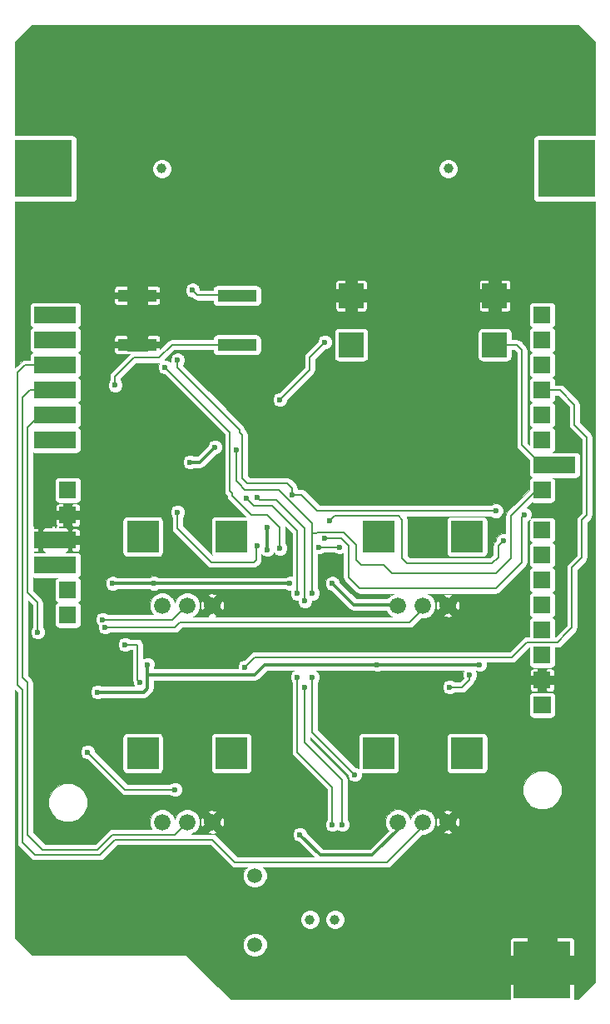
<source format=gbr>
G04 #@! TF.FileFunction,Copper,L2,Bot,Signal*
%FSLAX46Y46*%
G04 Gerber Fmt 4.6, Leading zero omitted, Abs format (unit mm)*
G04 Created by KiCad (PCBNEW 4.1.0-alpha+201607190716+6983~46~ubuntu14.04.1-product) date Fri Sep 16 20:27:53 2016*
%MOMM*%
%LPD*%
G01*
G04 APERTURE LIST*
%ADD10C,0.100000*%
%ADD11R,1.700000X1.700000*%
%ADD12R,5.842000X5.842000*%
%ADD13C,1.000000*%
%ADD14C,1.500000*%
%ADD15R,2.500000X2.500000*%
%ADD16R,3.200000X3.200000*%
%ADD17C,1.676400*%
%ADD18R,4.000000X1.200000*%
%ADD19C,0.600000*%
%ADD20C,0.800000*%
%ADD21C,0.204000*%
%ADD22C,0.500000*%
%ADD23C,0.300000*%
G04 APERTURE END LIST*
D10*
D11*
X64600000Y-117900000D03*
X65870000Y-117900000D03*
X65870000Y-122980000D03*
X65870000Y-120440000D03*
X65870000Y-115360000D03*
X65870000Y-112820000D03*
X65870000Y-110280000D03*
D12*
X63400000Y-77600000D03*
X116600000Y-77600000D03*
D13*
X104570000Y-77600000D03*
X75430000Y-77600000D03*
X90508000Y-153904000D03*
X93048000Y-153904000D03*
D11*
X114130000Y-100120000D03*
X114130000Y-105200000D03*
X114130000Y-102660000D03*
X114130000Y-107740000D03*
D10*
G36*
X114980000Y-111130000D02*
X113280000Y-111130000D01*
X113280000Y-109430000D01*
X114980000Y-109430000D01*
X114980000Y-111130000D01*
X114980000Y-111130000D01*
G37*
D11*
X114130000Y-97580000D03*
X114130000Y-95040000D03*
X114130000Y-92500000D03*
X114130000Y-121964000D03*
X114130000Y-127044000D03*
X114130000Y-124504000D03*
X114130000Y-129584000D03*
D10*
G36*
X114980000Y-132974000D02*
X113280000Y-132974000D01*
X113280000Y-131274000D01*
X114980000Y-131274000D01*
X114980000Y-132974000D01*
X114980000Y-132974000D01*
G37*
D11*
X114130000Y-119424000D03*
X114130000Y-116884000D03*
X114130000Y-114344000D03*
X65870000Y-100120000D03*
X65870000Y-105200000D03*
X65870000Y-102660000D03*
X65870000Y-97580000D03*
X65870000Y-95040000D03*
X65870000Y-92500000D03*
D12*
X114130000Y-159000000D03*
D11*
X116670000Y-107740000D03*
X63330000Y-117900000D03*
X63330000Y-115360000D03*
X63330000Y-100120000D03*
X63330000Y-105200000D03*
X63330000Y-102660000D03*
X63330000Y-97580000D03*
X63330000Y-95040000D03*
X63330000Y-92500000D03*
X115400000Y-107740000D03*
X64600000Y-92500000D03*
X64600000Y-95040000D03*
X64600000Y-97580000D03*
X64600000Y-100120000D03*
X64600000Y-102660000D03*
X64600000Y-105200000D03*
D14*
X84920000Y-156480000D03*
X84920000Y-149480000D03*
D15*
X109300000Y-95500000D03*
X109300000Y-90500000D03*
X94700000Y-95500000D03*
X94700000Y-90500000D03*
D16*
X82500000Y-115000000D03*
X73500000Y-115000000D03*
D17*
X75460000Y-122000000D03*
X78000000Y-122000000D03*
X80540000Y-122000000D03*
D16*
X106500000Y-115000000D03*
X97500000Y-115000000D03*
D17*
X99460000Y-122000000D03*
X102000000Y-122000000D03*
X104540000Y-122000000D03*
D16*
X106500000Y-137000000D03*
X97500000Y-137000000D03*
D17*
X99460000Y-144000000D03*
X102000000Y-144000000D03*
X104540000Y-144000000D03*
D16*
X82500000Y-137000000D03*
X73500000Y-137000000D03*
D17*
X75460000Y-144000000D03*
X78000000Y-144000000D03*
X80540000Y-144000000D03*
D11*
X64600000Y-115360000D03*
D18*
X72920000Y-90500000D03*
X83080000Y-90500000D03*
X72920000Y-95500000D03*
X83080000Y-95500000D03*
D19*
X92032000Y-95230000D03*
X87460000Y-101072000D03*
D20*
X116162000Y-123234000D03*
X113368000Y-84880000D03*
X91270000Y-81832000D03*
D19*
X72220000Y-99104000D03*
X71204000Y-131870000D03*
X67394000Y-133394000D03*
D20*
X96350000Y-81832000D03*
D19*
X78951000Y-127361000D03*
X108034000Y-131679000D03*
X86190000Y-91801000D03*
X86317000Y-99675000D03*
X86317000Y-104247000D03*
X86317000Y-108565000D03*
X77046000Y-105517000D03*
X83015000Y-99548000D03*
X83650000Y-132060000D03*
X79078000Y-138664000D03*
X89492000Y-145268000D03*
X92794000Y-119741000D03*
X86190000Y-114026000D03*
X86190000Y-116312000D03*
X74633000Y-119741000D03*
X88476000Y-119741000D03*
X70442000Y-119741000D03*
X78316000Y-107422000D03*
X80856000Y-105898000D03*
X73998000Y-127996000D03*
X68918000Y-130790000D03*
X107780000Y-127996000D03*
X97366000Y-127996000D03*
X71712000Y-125964000D03*
X73236000Y-129774000D03*
X106764000Y-129012000D03*
X104732000Y-130282000D03*
X93556000Y-116058000D03*
X91397000Y-116058000D03*
X77046000Y-97072000D03*
X109431000Y-112375000D03*
X88730000Y-110724000D03*
X112352000Y-112756000D03*
X92032000Y-115169000D03*
X75776000Y-97770000D03*
X87460000Y-116185000D03*
X110193000Y-115423000D03*
X92540000Y-113391000D03*
X83015000Y-106152000D03*
X95080000Y-139172000D03*
X90762000Y-120757000D03*
X90762000Y-129266000D03*
X85174000Y-110978000D03*
X93810000Y-144252000D03*
X90000000Y-130282000D03*
X90000000Y-121519000D03*
X84031000Y-111105000D03*
X89238000Y-120757000D03*
X89238000Y-129266000D03*
X92794000Y-144252000D03*
X77046000Y-112502000D03*
X85174000Y-115931000D03*
X67902000Y-136886000D03*
X76792000Y-140696000D03*
X78570000Y-89960000D03*
X70696000Y-99612000D03*
X69426000Y-123424000D03*
X69680000Y-124186000D03*
X62822000Y-124694000D03*
X83904000Y-128250000D03*
D21*
X92032000Y-95230000D02*
X90508000Y-96754000D01*
X90508000Y-98024000D02*
X87460000Y-101072000D01*
X90508000Y-96754000D02*
X90508000Y-98024000D01*
D22*
X109300000Y-90500000D02*
X109300000Y-88948000D01*
X109300000Y-88948000D02*
X113368000Y-84880000D01*
X94700000Y-90500000D02*
X94700000Y-85262000D01*
X94700000Y-85262000D02*
X91270000Y-81832000D01*
X94700000Y-90500000D02*
X94700000Y-83482000D01*
X94700000Y-83482000D02*
X96350000Y-81832000D01*
D21*
X77046000Y-105517000D02*
X76919000Y-105644000D01*
D23*
X99460000Y-144000000D02*
X99460000Y-144762000D01*
X99460000Y-144762000D02*
X97366000Y-146856000D01*
X91588000Y-147364000D02*
X89492000Y-145268000D01*
X96858000Y-147364000D02*
X91588000Y-147364000D01*
X97366000Y-146856000D02*
X96858000Y-147364000D01*
X92794000Y-119741000D02*
X94953000Y-121900000D01*
X94953000Y-121900000D02*
X99360000Y-121900000D01*
X99360000Y-121900000D02*
X99460000Y-122000000D01*
X86190000Y-116312000D02*
X86190000Y-114026000D01*
X74633000Y-119741000D02*
X74252000Y-119741000D01*
X71585000Y-119741000D02*
X70442000Y-119741000D01*
X82507000Y-119741000D02*
X88476000Y-119741000D01*
X82507000Y-119741000D02*
X74252000Y-119741000D01*
X74252000Y-119741000D02*
X71585000Y-119741000D01*
X97366000Y-127996000D02*
X85936000Y-127996000D01*
X84920000Y-129012000D02*
X73998000Y-129012000D01*
X85936000Y-127996000D02*
X84920000Y-129012000D01*
X79332000Y-107422000D02*
X78316000Y-107422000D01*
X80856000Y-105898000D02*
X79332000Y-107422000D01*
X73998000Y-127996000D02*
X73998000Y-129012000D01*
X73998000Y-129012000D02*
X73998000Y-130409000D01*
X68918000Y-130790000D02*
X73617000Y-130790000D01*
X73998000Y-130409000D02*
X73617000Y-130790000D01*
X99460000Y-144000000D02*
X99460000Y-144190000D01*
X97366000Y-127996000D02*
X107780000Y-127996000D01*
D21*
X72982000Y-129520000D02*
X73236000Y-129774000D01*
X72982000Y-125964000D02*
X72982000Y-129520000D01*
X71712000Y-125964000D02*
X72982000Y-125964000D01*
X106764000Y-129012000D02*
X106764000Y-129520000D01*
X104732000Y-130282000D02*
X106002000Y-130282000D01*
X106764000Y-129520000D02*
X106002000Y-130282000D01*
X91397000Y-116058000D02*
X93556000Y-116058000D01*
X109300000Y-95500000D02*
X111542000Y-95500000D01*
X112098000Y-105708000D02*
X114130000Y-107740000D01*
X112098000Y-96056000D02*
X112098000Y-105708000D01*
X111542000Y-95500000D02*
X112098000Y-96056000D01*
D22*
X95098000Y-96010000D02*
X94318000Y-95230000D01*
D21*
X116670000Y-107676000D02*
X116670000Y-107803000D01*
X83650000Y-104628000D02*
X83650000Y-109073000D01*
X83650000Y-109073000D02*
X83777000Y-109200000D01*
X84412000Y-109581000D02*
X84158000Y-109581000D01*
X84412000Y-109581000D02*
X88222000Y-109581000D01*
X88222000Y-109581000D02*
X88730000Y-110089000D01*
X88730000Y-110089000D02*
X88730000Y-110724000D01*
X84158000Y-109581000D02*
X83777000Y-109200000D01*
X83396000Y-104374000D02*
X83650000Y-104628000D01*
X83396000Y-104184000D02*
X83396000Y-104374000D01*
X77046000Y-97834000D02*
X83396000Y-104184000D01*
X77046000Y-97072000D02*
X77046000Y-97834000D01*
X109050000Y-112375000D02*
X109431000Y-112375000D01*
X89619000Y-110724000D02*
X91270000Y-112375000D01*
X91270000Y-112375000D02*
X91397000Y-112375000D01*
X108923000Y-112375000D02*
X109050000Y-112375000D01*
X108923000Y-112375000D02*
X91397000Y-112375000D01*
X88730000Y-110724000D02*
X89619000Y-110724000D01*
X94445000Y-117836000D02*
X94445000Y-119106000D01*
X112098000Y-113010000D02*
X112352000Y-112756000D01*
X112098000Y-115423000D02*
X112098000Y-113010000D01*
X93683000Y-115169000D02*
X94445000Y-115931000D01*
X94445000Y-115931000D02*
X94445000Y-117836000D01*
X99398000Y-120249000D02*
X109431000Y-120249000D01*
X109431000Y-120249000D02*
X112098000Y-117582000D01*
X112098000Y-117582000D02*
X112098000Y-115423000D01*
X92032000Y-115169000D02*
X93683000Y-115169000D01*
X95588000Y-120249000D02*
X99398000Y-120249000D01*
X94445000Y-119106000D02*
X95588000Y-120249000D01*
X87460000Y-114026000D02*
X87460000Y-116185000D01*
X82634000Y-110851000D02*
X84539000Y-112756000D01*
X84539000Y-112756000D02*
X86190000Y-112756000D01*
X86190000Y-112756000D02*
X87460000Y-114026000D01*
X82380000Y-110343000D02*
X82634000Y-110597000D01*
X82380000Y-104374000D02*
X82380000Y-110343000D01*
X75776000Y-97770000D02*
X82380000Y-104374000D01*
X82634000Y-110597000D02*
X82634000Y-110851000D01*
X99144000Y-112883000D02*
X99525000Y-112883000D01*
X100414000Y-117709000D02*
X103081000Y-117709000D01*
X99906000Y-117201000D02*
X100414000Y-117709000D01*
X99906000Y-113264000D02*
X99906000Y-117201000D01*
X99525000Y-112883000D02*
X99906000Y-113264000D01*
X109685000Y-117074000D02*
X109050000Y-117709000D01*
X103081000Y-117709000D02*
X109050000Y-117709000D01*
X110193000Y-115423000D02*
X109685000Y-115931000D01*
X109685000Y-115931000D02*
X109685000Y-117074000D01*
X92540000Y-113391000D02*
X93048000Y-112883000D01*
X93048000Y-112883000D02*
X99144000Y-112883000D01*
X99144000Y-112883000D02*
X99271000Y-112883000D01*
X102954000Y-117709000D02*
X103081000Y-117709000D01*
X83015000Y-106152000D02*
X83015000Y-109327000D01*
X90762000Y-113645000D02*
X87333000Y-110216000D01*
X87333000Y-110216000D02*
X83904000Y-110216000D01*
X83904000Y-110216000D02*
X83269000Y-109581000D01*
X90762000Y-113645000D02*
X90762000Y-114661000D01*
X83015000Y-109327000D02*
X83269000Y-109581000D01*
X110955000Y-113645000D02*
X110955000Y-112883000D01*
X90762000Y-114661000D02*
X91143000Y-114661000D01*
X110955000Y-117201000D02*
X110955000Y-113645000D01*
X109431000Y-118725000D02*
X110955000Y-117201000D01*
X98890000Y-118725000D02*
X109431000Y-118725000D01*
X98001000Y-117836000D02*
X98890000Y-118725000D01*
X95715000Y-117836000D02*
X98001000Y-117836000D01*
X95207000Y-117328000D02*
X95715000Y-117836000D01*
X95207000Y-115804000D02*
X95207000Y-117328000D01*
X93937000Y-114534000D02*
X95207000Y-115804000D01*
X91270000Y-114534000D02*
X93937000Y-114534000D01*
X91143000Y-114661000D02*
X91270000Y-114534000D01*
X110955000Y-112883000D02*
X113558000Y-110280000D01*
X113558000Y-110280000D02*
X114130000Y-110280000D01*
X90762000Y-115550000D02*
X90762000Y-114661000D01*
X90762000Y-134854000D02*
X95080000Y-139172000D01*
X90762000Y-115550000D02*
X90762000Y-120757000D01*
X90762000Y-134854000D02*
X90762000Y-129266000D01*
X90000000Y-135616000D02*
X90000000Y-135870000D01*
X85428000Y-111232000D02*
X85174000Y-110978000D01*
X90000000Y-130282000D02*
X90000000Y-135616000D01*
X90000000Y-115296000D02*
X90000000Y-121519000D01*
X93810000Y-139934000D02*
X93810000Y-144252000D01*
X90000000Y-114153000D02*
X90000000Y-115296000D01*
X87079000Y-111232000D02*
X90000000Y-114153000D01*
X87079000Y-111232000D02*
X85428000Y-111232000D01*
X93810000Y-139680000D02*
X93810000Y-139934000D01*
X90000000Y-135870000D02*
X93810000Y-139680000D01*
X89238000Y-136378000D02*
X89238000Y-136886000D01*
X89238000Y-114407000D02*
X86698000Y-111867000D01*
X86698000Y-111867000D02*
X84793000Y-111867000D01*
X84793000Y-111867000D02*
X84031000Y-111105000D01*
X89238000Y-115423000D02*
X89238000Y-120757000D01*
X89238000Y-129266000D02*
X89238000Y-136378000D01*
X92794000Y-140442000D02*
X92794000Y-144252000D01*
X89238000Y-115423000D02*
X89238000Y-114407000D01*
X89238000Y-136886000D02*
X92794000Y-140442000D01*
X77046000Y-114153000D02*
X77046000Y-112502000D01*
X80475000Y-117582000D02*
X77046000Y-114153000D01*
X84793000Y-117582000D02*
X80475000Y-117582000D01*
X85047000Y-117328000D02*
X84793000Y-117582000D01*
X85047000Y-116058000D02*
X85047000Y-117328000D01*
X85174000Y-115931000D02*
X85047000Y-116058000D01*
X71712000Y-140696000D02*
X67902000Y-136886000D01*
X76792000Y-140696000D02*
X71712000Y-140696000D01*
X78570000Y-89960000D02*
X79078000Y-90468000D01*
X79078000Y-90468000D02*
X83048000Y-90468000D01*
X83048000Y-90468000D02*
X83080000Y-90500000D01*
X70696000Y-98850000D02*
X70696000Y-98723000D01*
X70696000Y-99612000D02*
X70696000Y-98850000D01*
X76459000Y-95500000D02*
X83080000Y-95500000D01*
X75141000Y-96818000D02*
X76459000Y-95500000D01*
X72601000Y-96818000D02*
X75141000Y-96818000D01*
X70696000Y-98723000D02*
X72601000Y-96818000D01*
X70696000Y-123424000D02*
X69934000Y-123424000D01*
X76538000Y-123424000D02*
X77962000Y-122000000D01*
X76538000Y-123424000D02*
X70696000Y-123424000D01*
X69934000Y-123424000D02*
X69426000Y-123424000D01*
X65870000Y-105200000D02*
X65870000Y-105898000D01*
X78000000Y-122000000D02*
X77962000Y-122000000D01*
X62822000Y-124250000D02*
X62822000Y-121710000D01*
X61806000Y-103930000D02*
X61806000Y-107994000D01*
X61806000Y-103930000D02*
X63076000Y-102660000D01*
X61806000Y-111804000D02*
X61806000Y-107994000D01*
X61806000Y-120694000D02*
X61806000Y-111804000D01*
X62822000Y-121710000D02*
X61806000Y-120694000D01*
X71204000Y-124186000D02*
X69680000Y-124186000D01*
X77300000Y-123678000D02*
X76792000Y-124186000D01*
X100668000Y-123678000D02*
X77300000Y-123678000D01*
X76792000Y-124186000D02*
X71204000Y-124186000D01*
X102000000Y-122346000D02*
X100668000Y-123678000D01*
X62822000Y-124186000D02*
X62822000Y-124250000D01*
X62822000Y-124250000D02*
X62822000Y-124440000D01*
X62822000Y-124694000D02*
X62822000Y-124186000D01*
X63330000Y-102660000D02*
X63076000Y-102660000D01*
X65870000Y-102660000D02*
X65806000Y-102660000D01*
X102000000Y-122000000D02*
X102000000Y-122346000D01*
X61298000Y-100882000D02*
X62060000Y-100120000D01*
X61298000Y-108502000D02*
X61298000Y-129330000D01*
X76792000Y-145268000D02*
X70442000Y-145268000D01*
X70442000Y-145268000D02*
X68918000Y-146792000D01*
X68918000Y-146792000D02*
X63330000Y-146792000D01*
X63330000Y-146792000D02*
X61806000Y-145268000D01*
X61806000Y-145268000D02*
X61806000Y-138918000D01*
X61298000Y-100882000D02*
X61298000Y-108502000D01*
X61806000Y-129838000D02*
X61806000Y-138918000D01*
X61298000Y-129330000D02*
X61806000Y-129838000D01*
X78000000Y-144060000D02*
X76792000Y-145268000D01*
X62060000Y-100120000D02*
X63330000Y-100120000D01*
X78000000Y-144000000D02*
X78000000Y-144060000D01*
X60790000Y-130092000D02*
X61298000Y-130600000D01*
X61298000Y-130600000D02*
X61298000Y-146094000D01*
X102000000Y-144000000D02*
X102000000Y-144444000D01*
X102000000Y-144444000D02*
X98382000Y-148062000D01*
X62504000Y-147300000D02*
X61298000Y-146094000D01*
X72982000Y-145776000D02*
X70696000Y-145776000D01*
X72982000Y-145776000D02*
X80602000Y-145776000D01*
X82888000Y-148062000D02*
X80602000Y-145776000D01*
X98128000Y-148062000D02*
X82888000Y-148062000D01*
X69172000Y-147300000D02*
X62568000Y-147300000D01*
X70696000Y-145776000D02*
X69172000Y-147300000D01*
X62568000Y-147300000D02*
X62504000Y-147300000D01*
X98382000Y-148062000D02*
X98128000Y-148062000D01*
X61552000Y-97580000D02*
X63330000Y-97580000D01*
X60790000Y-98342000D02*
X61552000Y-97580000D01*
X60790000Y-130092000D02*
X60790000Y-98342000D01*
X116670000Y-124758000D02*
X117178000Y-124250000D01*
X84920000Y-127234000D02*
X83904000Y-128250000D01*
X85682000Y-127234000D02*
X84920000Y-127234000D01*
X85682000Y-127234000D02*
X111082000Y-127234000D01*
X111082000Y-127234000D02*
X112352000Y-125964000D01*
X112606000Y-125710000D02*
X112352000Y-125964000D01*
X115654000Y-125710000D02*
X112606000Y-125710000D01*
X115718000Y-125710000D02*
X116670000Y-124758000D01*
X115654000Y-125710000D02*
X115718000Y-125710000D01*
X117178000Y-124250000D02*
X117178000Y-118154000D01*
X118194000Y-113328000D02*
X118702000Y-112820000D01*
X118194000Y-117138000D02*
X118194000Y-113328000D01*
X117178000Y-118154000D02*
X118194000Y-117138000D01*
X115654000Y-100120000D02*
X115972000Y-100120000D01*
X118702000Y-112820000D02*
X118702000Y-104882000D01*
X115972000Y-100120000D02*
X117432000Y-101580000D01*
X117432000Y-101580000D02*
X117432000Y-103612000D01*
X117432000Y-103612000D02*
X118702000Y-104882000D01*
X115718000Y-100120000D02*
X115654000Y-100120000D01*
X115654000Y-100120000D02*
X114130000Y-100120000D01*
X114194000Y-100056000D02*
X114130000Y-100120000D01*
D10*
G36*
X119500000Y-64707106D02*
X119500000Y-74220184D01*
X113679000Y-74220184D01*
X113503419Y-74255109D01*
X113354568Y-74354568D01*
X113255109Y-74503419D01*
X113220184Y-74679000D01*
X113220184Y-80521000D01*
X113255109Y-80696581D01*
X113354568Y-80845432D01*
X113503419Y-80944891D01*
X113679000Y-80979816D01*
X119500000Y-80979816D01*
X119500000Y-160292894D01*
X117792894Y-162000000D01*
X117397115Y-162000000D01*
X117401000Y-161990620D01*
X117401000Y-160537500D01*
X117313500Y-160450000D01*
X115580000Y-160450000D01*
X115580000Y-160470000D01*
X112680000Y-160470000D01*
X112680000Y-160450000D01*
X110946500Y-160450000D01*
X110859000Y-160537500D01*
X110859000Y-161990620D01*
X110862885Y-162000000D01*
X82407106Y-162000000D01*
X78053553Y-157646447D01*
X77891342Y-157538060D01*
X77700000Y-157500000D01*
X62207106Y-157500000D01*
X61424753Y-156717647D01*
X83719793Y-156717647D01*
X83902097Y-157158857D01*
X84239367Y-157496717D01*
X84680258Y-157679791D01*
X85157647Y-157680207D01*
X85598857Y-157497903D01*
X85936717Y-157160633D01*
X86119791Y-156719742D01*
X86120207Y-156242353D01*
X86023945Y-156009380D01*
X110859000Y-156009380D01*
X110859000Y-157462500D01*
X110946500Y-157550000D01*
X112680000Y-157550000D01*
X112680000Y-155816500D01*
X115580000Y-155816500D01*
X115580000Y-157550000D01*
X117313500Y-157550000D01*
X117401000Y-157462500D01*
X117401000Y-156009380D01*
X117347715Y-155880741D01*
X117249259Y-155782284D01*
X117120619Y-155729000D01*
X115667500Y-155729000D01*
X115580000Y-155816500D01*
X112680000Y-155816500D01*
X112592500Y-155729000D01*
X111139381Y-155729000D01*
X111010741Y-155782284D01*
X110912285Y-155880741D01*
X110859000Y-156009380D01*
X86023945Y-156009380D01*
X85937903Y-155801143D01*
X85600633Y-155463283D01*
X85159742Y-155280209D01*
X84682353Y-155279793D01*
X84241143Y-155462097D01*
X83903283Y-155799367D01*
X83720209Y-156240258D01*
X83719793Y-156717647D01*
X61424753Y-156717647D01*
X60500000Y-155792894D01*
X60500000Y-154092138D01*
X89557835Y-154092138D01*
X89702159Y-154441429D01*
X89969165Y-154708902D01*
X90318204Y-154853835D01*
X90696138Y-154854165D01*
X91045429Y-154709841D01*
X91312902Y-154442835D01*
X91457835Y-154093796D01*
X91457836Y-154092138D01*
X92097835Y-154092138D01*
X92242159Y-154441429D01*
X92509165Y-154708902D01*
X92858204Y-154853835D01*
X93236138Y-154854165D01*
X93585429Y-154709841D01*
X93852902Y-154442835D01*
X93997835Y-154093796D01*
X93998165Y-153715862D01*
X93853841Y-153366571D01*
X93586835Y-153099098D01*
X93237796Y-152954165D01*
X92859862Y-152953835D01*
X92510571Y-153098159D01*
X92243098Y-153365165D01*
X92098165Y-153714204D01*
X92097835Y-154092138D01*
X91457836Y-154092138D01*
X91458165Y-153715862D01*
X91313841Y-153366571D01*
X91046835Y-153099098D01*
X90697796Y-152954165D01*
X90319862Y-152953835D01*
X89970571Y-153098159D01*
X89703098Y-153365165D01*
X89558165Y-153714204D01*
X89557835Y-154092138D01*
X60500000Y-154092138D01*
X60500000Y-130582646D01*
X60746000Y-130828646D01*
X60746000Y-146094000D01*
X60788018Y-146305242D01*
X60907677Y-146484323D01*
X62113677Y-147690323D01*
X62292759Y-147809982D01*
X62504000Y-147852000D01*
X69172000Y-147852000D01*
X69383242Y-147809982D01*
X69562323Y-147690323D01*
X70924646Y-146328000D01*
X80373354Y-146328000D01*
X82497677Y-148452323D01*
X82676758Y-148571982D01*
X82888000Y-148614000D01*
X84088974Y-148614000D01*
X83903283Y-148799367D01*
X83720209Y-149240258D01*
X83719793Y-149717647D01*
X83902097Y-150158857D01*
X84239367Y-150496717D01*
X84680258Y-150679791D01*
X85157647Y-150680207D01*
X85598857Y-150497903D01*
X85936717Y-150160633D01*
X86119791Y-149719742D01*
X86120207Y-149242353D01*
X85937903Y-148801143D01*
X85751087Y-148614000D01*
X98382000Y-148614000D01*
X98593242Y-148571982D01*
X98772323Y-148452323D01*
X101936501Y-145288145D01*
X102255115Y-145288423D01*
X102728753Y-145092719D01*
X102787771Y-145033804D01*
X104098893Y-145033804D01*
X104210937Y-145165932D01*
X104682169Y-145203108D01*
X104869063Y-145165932D01*
X104981107Y-145033804D01*
X104540000Y-144592697D01*
X104098893Y-145033804D01*
X102787771Y-145033804D01*
X103091446Y-144730659D01*
X103287976Y-144257363D01*
X103288076Y-144142169D01*
X103336892Y-144142169D01*
X103374068Y-144329063D01*
X103506196Y-144441107D01*
X103947303Y-144000000D01*
X105132697Y-144000000D01*
X105573804Y-144441107D01*
X105705932Y-144329063D01*
X105743108Y-143857831D01*
X105705932Y-143670937D01*
X105573804Y-143558893D01*
X105132697Y-144000000D01*
X103947303Y-144000000D01*
X103506196Y-143558893D01*
X103374068Y-143670937D01*
X103336892Y-144142169D01*
X103288076Y-144142169D01*
X103288423Y-143744885D01*
X103092719Y-143271247D01*
X102788201Y-142966196D01*
X104098893Y-142966196D01*
X104540000Y-143407303D01*
X104981107Y-142966196D01*
X104869063Y-142834068D01*
X104397831Y-142796892D01*
X104210937Y-142834068D01*
X104098893Y-142966196D01*
X102788201Y-142966196D01*
X102730659Y-142908554D01*
X102257363Y-142712024D01*
X101744885Y-142711577D01*
X101271247Y-142907281D01*
X100908554Y-143269341D01*
X100729803Y-143699821D01*
X100552719Y-143271247D01*
X100190659Y-142908554D01*
X99717363Y-142712024D01*
X99204885Y-142711577D01*
X98731247Y-142907281D01*
X98368554Y-143269341D01*
X98172024Y-143742637D01*
X98171577Y-144255115D01*
X98367281Y-144728753D01*
X98505879Y-144867593D01*
X96609472Y-146764000D01*
X91836528Y-146764000D01*
X90242086Y-145169558D01*
X90242130Y-145119470D01*
X90128189Y-144843714D01*
X89917395Y-144632552D01*
X89641839Y-144518131D01*
X89343470Y-144517870D01*
X89067714Y-144631811D01*
X88856552Y-144842605D01*
X88742131Y-145118161D01*
X88741870Y-145416530D01*
X88855811Y-145692286D01*
X89066605Y-145903448D01*
X89342161Y-146017869D01*
X89393386Y-146017914D01*
X90885472Y-147510000D01*
X83116646Y-147510000D01*
X80992323Y-145385677D01*
X80813242Y-145266018D01*
X80602000Y-145224000D01*
X78411030Y-145224000D01*
X78728753Y-145092719D01*
X78787771Y-145033804D01*
X80098893Y-145033804D01*
X80210937Y-145165932D01*
X80682169Y-145203108D01*
X80869063Y-145165932D01*
X80981107Y-145033804D01*
X80540000Y-144592697D01*
X80098893Y-145033804D01*
X78787771Y-145033804D01*
X79091446Y-144730659D01*
X79287976Y-144257363D01*
X79288076Y-144142169D01*
X79336892Y-144142169D01*
X79374068Y-144329063D01*
X79506196Y-144441107D01*
X79947303Y-144000000D01*
X81132697Y-144000000D01*
X81573804Y-144441107D01*
X81705932Y-144329063D01*
X81743108Y-143857831D01*
X81705932Y-143670937D01*
X81573804Y-143558893D01*
X81132697Y-144000000D01*
X79947303Y-144000000D01*
X79506196Y-143558893D01*
X79374068Y-143670937D01*
X79336892Y-144142169D01*
X79288076Y-144142169D01*
X79288423Y-143744885D01*
X79092719Y-143271247D01*
X78788201Y-142966196D01*
X80098893Y-142966196D01*
X80540000Y-143407303D01*
X80981107Y-142966196D01*
X80869063Y-142834068D01*
X80397831Y-142796892D01*
X80210937Y-142834068D01*
X80098893Y-142966196D01*
X78788201Y-142966196D01*
X78730659Y-142908554D01*
X78257363Y-142712024D01*
X77744885Y-142711577D01*
X77271247Y-142907281D01*
X76908554Y-143269341D01*
X76729803Y-143699821D01*
X76552719Y-143271247D01*
X76190659Y-142908554D01*
X75717363Y-142712024D01*
X75204885Y-142711577D01*
X74731247Y-142907281D01*
X74368554Y-143269341D01*
X74172024Y-143742637D01*
X74171577Y-144255115D01*
X74362012Y-144716000D01*
X70442000Y-144716000D01*
X70230759Y-144758018D01*
X70116561Y-144834323D01*
X70051677Y-144877677D01*
X68689354Y-146240000D01*
X63558646Y-146240000D01*
X62358000Y-145039354D01*
X62358000Y-142416177D01*
X63919662Y-142416177D01*
X64215906Y-143133143D01*
X64763971Y-143682166D01*
X65480419Y-143979661D01*
X66256177Y-143980338D01*
X66973143Y-143684094D01*
X67522166Y-143136029D01*
X67819661Y-142419581D01*
X67820338Y-141643823D01*
X67524094Y-140926857D01*
X66976029Y-140377834D01*
X66259581Y-140080339D01*
X65483823Y-140079662D01*
X64766857Y-140375906D01*
X64217834Y-140923971D01*
X63920339Y-141640419D01*
X63919662Y-142416177D01*
X62358000Y-142416177D01*
X62358000Y-137034530D01*
X67151870Y-137034530D01*
X67265811Y-137310286D01*
X67476605Y-137521448D01*
X67752161Y-137635869D01*
X67871327Y-137635973D01*
X71321677Y-141086323D01*
X71500758Y-141205982D01*
X71712000Y-141248000D01*
X76283302Y-141248000D01*
X76366605Y-141331448D01*
X76642161Y-141445869D01*
X76940530Y-141446130D01*
X77216286Y-141332189D01*
X77427448Y-141121395D01*
X77541869Y-140845839D01*
X77542130Y-140547470D01*
X77428189Y-140271714D01*
X77217395Y-140060552D01*
X76941839Y-139946131D01*
X76643470Y-139945870D01*
X76367714Y-140059811D01*
X76283378Y-140144000D01*
X71940646Y-140144000D01*
X68652027Y-136855381D01*
X68652130Y-136737470D01*
X68538189Y-136461714D01*
X68327395Y-136250552D01*
X68051839Y-136136131D01*
X67753470Y-136135870D01*
X67477714Y-136249811D01*
X67266552Y-136460605D01*
X67152131Y-136736161D01*
X67151870Y-137034530D01*
X62358000Y-137034530D01*
X62358000Y-135400000D01*
X71441184Y-135400000D01*
X71441184Y-138600000D01*
X71476109Y-138775581D01*
X71575568Y-138924432D01*
X71724419Y-139023891D01*
X71900000Y-139058816D01*
X75100000Y-139058816D01*
X75275581Y-139023891D01*
X75424432Y-138924432D01*
X75523891Y-138775581D01*
X75558816Y-138600000D01*
X75558816Y-135400000D01*
X80441184Y-135400000D01*
X80441184Y-138600000D01*
X80476109Y-138775581D01*
X80575568Y-138924432D01*
X80724419Y-139023891D01*
X80900000Y-139058816D01*
X84100000Y-139058816D01*
X84275581Y-139023891D01*
X84424432Y-138924432D01*
X84523891Y-138775581D01*
X84558816Y-138600000D01*
X84558816Y-135400000D01*
X84523891Y-135224419D01*
X84424432Y-135075568D01*
X84275581Y-134976109D01*
X84100000Y-134941184D01*
X80900000Y-134941184D01*
X80724419Y-134976109D01*
X80575568Y-135075568D01*
X80476109Y-135224419D01*
X80441184Y-135400000D01*
X75558816Y-135400000D01*
X75523891Y-135224419D01*
X75424432Y-135075568D01*
X75275581Y-134976109D01*
X75100000Y-134941184D01*
X71900000Y-134941184D01*
X71724419Y-134976109D01*
X71575568Y-135075568D01*
X71476109Y-135224419D01*
X71441184Y-135400000D01*
X62358000Y-135400000D01*
X62358000Y-130938530D01*
X68167870Y-130938530D01*
X68281811Y-131214286D01*
X68492605Y-131425448D01*
X68768161Y-131539869D01*
X69066530Y-131540130D01*
X69342286Y-131426189D01*
X69378538Y-131390000D01*
X73617000Y-131390000D01*
X73846610Y-131344328D01*
X74041264Y-131214264D01*
X74422264Y-130833264D01*
X74552328Y-130638611D01*
X74598000Y-130409000D01*
X74598000Y-129612000D01*
X84920000Y-129612000D01*
X85149610Y-129566328D01*
X85344264Y-129436264D01*
X86184528Y-128596000D01*
X88895542Y-128596000D01*
X88813714Y-128629811D01*
X88602552Y-128840605D01*
X88488131Y-129116161D01*
X88487870Y-129414530D01*
X88601811Y-129690286D01*
X88686000Y-129774622D01*
X88686000Y-136886000D01*
X88728018Y-137097242D01*
X88847677Y-137276323D01*
X92242000Y-140670646D01*
X92242000Y-143743302D01*
X92158552Y-143826605D01*
X92044131Y-144102161D01*
X92043870Y-144400530D01*
X92157811Y-144676286D01*
X92368605Y-144887448D01*
X92644161Y-145001869D01*
X92942530Y-145002130D01*
X93218286Y-144888189D01*
X93301961Y-144804660D01*
X93384605Y-144887448D01*
X93660161Y-145001869D01*
X93958530Y-145002130D01*
X94234286Y-144888189D01*
X94445448Y-144677395D01*
X94559869Y-144401839D01*
X94560130Y-144103470D01*
X94446189Y-143827714D01*
X94362000Y-143743378D01*
X94362000Y-141146177D01*
X112179662Y-141146177D01*
X112475906Y-141863143D01*
X113023971Y-142412166D01*
X113740419Y-142709661D01*
X114516177Y-142710338D01*
X115233143Y-142414094D01*
X115782166Y-141866029D01*
X116079661Y-141149581D01*
X116080338Y-140373823D01*
X115784094Y-139656857D01*
X115236029Y-139107834D01*
X114519581Y-138810339D01*
X113743823Y-138809662D01*
X113026857Y-139105906D01*
X112477834Y-139653971D01*
X112180339Y-140370419D01*
X112179662Y-141146177D01*
X94362000Y-141146177D01*
X94362000Y-139680000D01*
X94345569Y-139597395D01*
X94319982Y-139468758D01*
X94200323Y-139289677D01*
X90552000Y-135641354D01*
X90552000Y-135424646D01*
X94329973Y-139202619D01*
X94329870Y-139320530D01*
X94443811Y-139596286D01*
X94654605Y-139807448D01*
X94930161Y-139921869D01*
X95228530Y-139922130D01*
X95504286Y-139808189D01*
X95715448Y-139597395D01*
X95829869Y-139321839D01*
X95830111Y-139044914D01*
X95900000Y-139058816D01*
X99100000Y-139058816D01*
X99275581Y-139023891D01*
X99424432Y-138924432D01*
X99523891Y-138775581D01*
X99558816Y-138600000D01*
X99558816Y-135400000D01*
X104441184Y-135400000D01*
X104441184Y-138600000D01*
X104476109Y-138775581D01*
X104575568Y-138924432D01*
X104724419Y-139023891D01*
X104900000Y-139058816D01*
X108100000Y-139058816D01*
X108275581Y-139023891D01*
X108424432Y-138924432D01*
X108523891Y-138775581D01*
X108558816Y-138600000D01*
X108558816Y-135400000D01*
X108523891Y-135224419D01*
X108424432Y-135075568D01*
X108275581Y-134976109D01*
X108100000Y-134941184D01*
X104900000Y-134941184D01*
X104724419Y-134976109D01*
X104575568Y-135075568D01*
X104476109Y-135224419D01*
X104441184Y-135400000D01*
X99558816Y-135400000D01*
X99523891Y-135224419D01*
X99424432Y-135075568D01*
X99275581Y-134976109D01*
X99100000Y-134941184D01*
X95900000Y-134941184D01*
X95724419Y-134976109D01*
X95575568Y-135075568D01*
X95476109Y-135224419D01*
X95441184Y-135400000D01*
X95441184Y-138509889D01*
X95229839Y-138422131D01*
X95110673Y-138422027D01*
X91314000Y-134625354D01*
X91314000Y-131274000D01*
X112821184Y-131274000D01*
X112821184Y-132974000D01*
X112856109Y-133149581D01*
X112955568Y-133298432D01*
X113104419Y-133397891D01*
X113280000Y-133432816D01*
X114980000Y-133432816D01*
X115155581Y-133397891D01*
X115304432Y-133298432D01*
X115403891Y-133149581D01*
X115438816Y-132974000D01*
X115438816Y-131274000D01*
X115403891Y-131098419D01*
X115304432Y-130949568D01*
X115155581Y-130850109D01*
X114980000Y-130815184D01*
X113280000Y-130815184D01*
X113104419Y-130850109D01*
X112955568Y-130949568D01*
X112856109Y-131098419D01*
X112821184Y-131274000D01*
X91314000Y-131274000D01*
X91314000Y-129774698D01*
X91397448Y-129691395D01*
X91511869Y-129415839D01*
X91512130Y-129117470D01*
X91398189Y-128841714D01*
X91187395Y-128630552D01*
X91104185Y-128596000D01*
X96905219Y-128596000D01*
X96940605Y-128631448D01*
X97216161Y-128745869D01*
X97514530Y-128746130D01*
X97790286Y-128632189D01*
X97826538Y-128596000D01*
X106124651Y-128596000D01*
X106014131Y-128862161D01*
X106013870Y-129160530D01*
X106110051Y-129393303D01*
X105773354Y-129730000D01*
X105240698Y-129730000D01*
X105157395Y-129646552D01*
X104881839Y-129532131D01*
X104583470Y-129531870D01*
X104307714Y-129645811D01*
X104096552Y-129856605D01*
X103982131Y-130132161D01*
X103981870Y-130430530D01*
X104095811Y-130706286D01*
X104306605Y-130917448D01*
X104582161Y-131031869D01*
X104880530Y-131032130D01*
X105156286Y-130918189D01*
X105240622Y-130834000D01*
X106002000Y-130834000D01*
X106213242Y-130791982D01*
X106392323Y-130672323D01*
X106968146Y-130096500D01*
X112930000Y-130096500D01*
X112930000Y-130503619D01*
X112983284Y-130632259D01*
X113081741Y-130730715D01*
X113210380Y-130784000D01*
X113617500Y-130784000D01*
X113705000Y-130696500D01*
X113705000Y-130009000D01*
X114555000Y-130009000D01*
X114555000Y-130696500D01*
X114642500Y-130784000D01*
X115049620Y-130784000D01*
X115178259Y-130730715D01*
X115276716Y-130632259D01*
X115330000Y-130503619D01*
X115330000Y-130096500D01*
X115242500Y-130009000D01*
X114555000Y-130009000D01*
X113705000Y-130009000D01*
X113017500Y-130009000D01*
X112930000Y-130096500D01*
X106968146Y-130096500D01*
X107154323Y-129910323D01*
X107273982Y-129731242D01*
X107315827Y-129520870D01*
X107399448Y-129437395D01*
X107513869Y-129161839D01*
X107514130Y-128863470D01*
X107431443Y-128663354D01*
X107630161Y-128745869D01*
X107928530Y-128746130D01*
X108126376Y-128664381D01*
X112930000Y-128664381D01*
X112930000Y-129071500D01*
X113017500Y-129159000D01*
X113705000Y-129159000D01*
X113705000Y-128471500D01*
X114555000Y-128471500D01*
X114555000Y-129159000D01*
X115242500Y-129159000D01*
X115330000Y-129071500D01*
X115330000Y-128664381D01*
X115276716Y-128535741D01*
X115178259Y-128437285D01*
X115049620Y-128384000D01*
X114642500Y-128384000D01*
X114555000Y-128471500D01*
X113705000Y-128471500D01*
X113617500Y-128384000D01*
X113210380Y-128384000D01*
X113081741Y-128437285D01*
X112983284Y-128535741D01*
X112930000Y-128664381D01*
X108126376Y-128664381D01*
X108204286Y-128632189D01*
X108415448Y-128421395D01*
X108529869Y-128145839D01*
X108530130Y-127847470D01*
X108504731Y-127786000D01*
X111082000Y-127786000D01*
X111293242Y-127743982D01*
X111472323Y-127624323D01*
X112821184Y-126275462D01*
X112821184Y-127894000D01*
X112856109Y-128069581D01*
X112955568Y-128218432D01*
X113104419Y-128317891D01*
X113280000Y-128352816D01*
X114980000Y-128352816D01*
X115155581Y-128317891D01*
X115304432Y-128218432D01*
X115403891Y-128069581D01*
X115438816Y-127894000D01*
X115438816Y-126262000D01*
X115718000Y-126262000D01*
X115929242Y-126219982D01*
X116108323Y-126100323D01*
X117568323Y-124640323D01*
X117588393Y-124610286D01*
X117687982Y-124461241D01*
X117730000Y-124250000D01*
X117730000Y-118382646D01*
X118584323Y-117528323D01*
X118703982Y-117349242D01*
X118746000Y-117138000D01*
X118746000Y-113556646D01*
X119092323Y-113210323D01*
X119119555Y-113169568D01*
X119211982Y-113031241D01*
X119254000Y-112820000D01*
X119254000Y-104882000D01*
X119211982Y-104670759D01*
X119211982Y-104670758D01*
X119092323Y-104491677D01*
X117984000Y-103383354D01*
X117984000Y-101580000D01*
X117967569Y-101497395D01*
X117941982Y-101368758D01*
X117822323Y-101189677D01*
X116362323Y-99729677D01*
X116183242Y-99610018D01*
X115972000Y-99568000D01*
X115438816Y-99568000D01*
X115438816Y-99270000D01*
X115403891Y-99094419D01*
X115304432Y-98945568D01*
X115161404Y-98850000D01*
X115304432Y-98754432D01*
X115403891Y-98605581D01*
X115438816Y-98430000D01*
X115438816Y-96730000D01*
X115403891Y-96554419D01*
X115304432Y-96405568D01*
X115161404Y-96310000D01*
X115304432Y-96214432D01*
X115403891Y-96065581D01*
X115438816Y-95890000D01*
X115438816Y-94190000D01*
X115403891Y-94014419D01*
X115304432Y-93865568D01*
X115161404Y-93770000D01*
X115304432Y-93674432D01*
X115403891Y-93525581D01*
X115438816Y-93350000D01*
X115438816Y-91650000D01*
X115403891Y-91474419D01*
X115304432Y-91325568D01*
X115155581Y-91226109D01*
X114980000Y-91191184D01*
X113280000Y-91191184D01*
X113104419Y-91226109D01*
X112955568Y-91325568D01*
X112856109Y-91474419D01*
X112821184Y-91650000D01*
X112821184Y-93350000D01*
X112856109Y-93525581D01*
X112955568Y-93674432D01*
X113098596Y-93770000D01*
X112955568Y-93865568D01*
X112856109Y-94014419D01*
X112821184Y-94190000D01*
X112821184Y-95890000D01*
X112856109Y-96065581D01*
X112955568Y-96214432D01*
X113098596Y-96310000D01*
X112955568Y-96405568D01*
X112856109Y-96554419D01*
X112821184Y-96730000D01*
X112821184Y-98430000D01*
X112856109Y-98605581D01*
X112955568Y-98754432D01*
X113098596Y-98850000D01*
X112955568Y-98945568D01*
X112856109Y-99094419D01*
X112821184Y-99270000D01*
X112821184Y-100970000D01*
X112856109Y-101145581D01*
X112955568Y-101294432D01*
X113098596Y-101390000D01*
X112955568Y-101485568D01*
X112856109Y-101634419D01*
X112821184Y-101810000D01*
X112821184Y-103510000D01*
X112856109Y-103685581D01*
X112955568Y-103834432D01*
X113098596Y-103930000D01*
X112955568Y-104025568D01*
X112856109Y-104174419D01*
X112821184Y-104350000D01*
X112821184Y-105650538D01*
X112650000Y-105479354D01*
X112650000Y-96056000D01*
X112607982Y-95844759D01*
X112607982Y-95844758D01*
X112488323Y-95665677D01*
X111932323Y-95109677D01*
X111753242Y-94990018D01*
X111542000Y-94948000D01*
X111008816Y-94948000D01*
X111008816Y-94250000D01*
X110973891Y-94074419D01*
X110874432Y-93925568D01*
X110725581Y-93826109D01*
X110550000Y-93791184D01*
X108050000Y-93791184D01*
X107874419Y-93826109D01*
X107725568Y-93925568D01*
X107626109Y-94074419D01*
X107591184Y-94250000D01*
X107591184Y-96750000D01*
X107626109Y-96925581D01*
X107725568Y-97074432D01*
X107874419Y-97173891D01*
X108050000Y-97208816D01*
X110550000Y-97208816D01*
X110725581Y-97173891D01*
X110874432Y-97074432D01*
X110973891Y-96925581D01*
X111008816Y-96750000D01*
X111008816Y-96052000D01*
X111313354Y-96052000D01*
X111546000Y-96284646D01*
X111546000Y-105708000D01*
X111588018Y-105919242D01*
X111707677Y-106098323D01*
X112821184Y-107211830D01*
X112821184Y-108590000D01*
X112856109Y-108765581D01*
X112955568Y-108914432D01*
X113098596Y-109010000D01*
X112955568Y-109105568D01*
X112856109Y-109254419D01*
X112821184Y-109430000D01*
X112821184Y-110236170D01*
X110564677Y-112492677D01*
X110445018Y-112671758D01*
X110419431Y-112800395D01*
X110403000Y-112883000D01*
X110403000Y-114698112D01*
X110342839Y-114673131D01*
X110044470Y-114672870D01*
X109768714Y-114786811D01*
X109557552Y-114997605D01*
X109443131Y-115273161D01*
X109443027Y-115392327D01*
X109294677Y-115540677D01*
X109175018Y-115719758D01*
X109149431Y-115848395D01*
X109133000Y-115931000D01*
X109133000Y-116845354D01*
X108821354Y-117157000D01*
X100642646Y-117157000D01*
X100458000Y-116972354D01*
X100458000Y-113400000D01*
X104441184Y-113400000D01*
X104441184Y-116600000D01*
X104476109Y-116775581D01*
X104575568Y-116924432D01*
X104724419Y-117023891D01*
X104900000Y-117058816D01*
X108100000Y-117058816D01*
X108275581Y-117023891D01*
X108424432Y-116924432D01*
X108523891Y-116775581D01*
X108558816Y-116600000D01*
X108558816Y-113400000D01*
X108523891Y-113224419D01*
X108424432Y-113075568D01*
X108275581Y-112976109D01*
X108100000Y-112941184D01*
X104900000Y-112941184D01*
X104724419Y-112976109D01*
X104575568Y-113075568D01*
X104476109Y-113224419D01*
X104441184Y-113400000D01*
X100458000Y-113400000D01*
X100458000Y-113264000D01*
X100415982Y-113052759D01*
X100331952Y-112927000D01*
X108922302Y-112927000D01*
X109005605Y-113010448D01*
X109281161Y-113124869D01*
X109579530Y-113125130D01*
X109855286Y-113011189D01*
X110066448Y-112800395D01*
X110180869Y-112524839D01*
X110181130Y-112226470D01*
X110067189Y-111950714D01*
X109856395Y-111739552D01*
X109580839Y-111625131D01*
X109282470Y-111624870D01*
X109006714Y-111738811D01*
X108922378Y-111823000D01*
X91498646Y-111823000D01*
X90009323Y-110333677D01*
X89830242Y-110214018D01*
X89619000Y-110172000D01*
X89282000Y-110172000D01*
X89282000Y-110089000D01*
X89239982Y-109877759D01*
X89120323Y-109698677D01*
X88612323Y-109190677D01*
X88433242Y-109071018D01*
X88222000Y-109029000D01*
X84386646Y-109029000D01*
X84202000Y-108844354D01*
X84202000Y-104628000D01*
X84159982Y-104416759D01*
X84159982Y-104416758D01*
X84040323Y-104237677D01*
X83938404Y-104135758D01*
X83905982Y-103972759D01*
X83905982Y-103972758D01*
X83786323Y-103793677D01*
X81213176Y-101220530D01*
X86709870Y-101220530D01*
X86823811Y-101496286D01*
X87034605Y-101707448D01*
X87310161Y-101821869D01*
X87608530Y-101822130D01*
X87884286Y-101708189D01*
X88095448Y-101497395D01*
X88209869Y-101221839D01*
X88209973Y-101102673D01*
X90898323Y-98414323D01*
X91017982Y-98235242D01*
X91060000Y-98024000D01*
X91060000Y-96982646D01*
X92062619Y-95980027D01*
X92180530Y-95980130D01*
X92456286Y-95866189D01*
X92667448Y-95655395D01*
X92781869Y-95379839D01*
X92782130Y-95081470D01*
X92668189Y-94805714D01*
X92457395Y-94594552D01*
X92181839Y-94480131D01*
X91883470Y-94479870D01*
X91607714Y-94593811D01*
X91396552Y-94804605D01*
X91282131Y-95080161D01*
X91282027Y-95199327D01*
X90117677Y-96363677D01*
X89998018Y-96542758D01*
X89998018Y-96542759D01*
X89956000Y-96754000D01*
X89956000Y-97795354D01*
X87429381Y-100321973D01*
X87311470Y-100321870D01*
X87035714Y-100435811D01*
X86824552Y-100646605D01*
X86710131Y-100922161D01*
X86709870Y-101220530D01*
X81213176Y-101220530D01*
X77598000Y-97605354D01*
X77598000Y-97580698D01*
X77681448Y-97497395D01*
X77795869Y-97221839D01*
X77796130Y-96923470D01*
X77682189Y-96647714D01*
X77471395Y-96436552D01*
X77195839Y-96322131D01*
X76897470Y-96321870D01*
X76621714Y-96435811D01*
X76410552Y-96646605D01*
X76296131Y-96922161D01*
X76295870Y-97220530D01*
X76301977Y-97235309D01*
X76201395Y-97134552D01*
X75925839Y-97020131D01*
X75719695Y-97019951D01*
X76687646Y-96052000D01*
X80621184Y-96052000D01*
X80621184Y-96100000D01*
X80656109Y-96275581D01*
X80755568Y-96424432D01*
X80904419Y-96523891D01*
X81080000Y-96558816D01*
X85080000Y-96558816D01*
X85255581Y-96523891D01*
X85404432Y-96424432D01*
X85503891Y-96275581D01*
X85538816Y-96100000D01*
X85538816Y-94900000D01*
X85503891Y-94724419D01*
X85404432Y-94575568D01*
X85255581Y-94476109D01*
X85080000Y-94441184D01*
X81080000Y-94441184D01*
X80904419Y-94476109D01*
X80755568Y-94575568D01*
X80656109Y-94724419D01*
X80621184Y-94900000D01*
X80621184Y-94948000D01*
X76459000Y-94948000D01*
X76247759Y-94990018D01*
X76112851Y-95080161D01*
X76068677Y-95109677D01*
X75270000Y-95908354D01*
X75270000Y-95887500D01*
X75182500Y-95800000D01*
X73920000Y-95800000D01*
X73920000Y-96100000D01*
X71920000Y-96100000D01*
X71920000Y-95800000D01*
X70657500Y-95800000D01*
X70570000Y-95887500D01*
X70570000Y-96169619D01*
X70623284Y-96298259D01*
X70721741Y-96396715D01*
X70850380Y-96450000D01*
X72188354Y-96450000D01*
X70305677Y-98332677D01*
X70186018Y-98511758D01*
X70173240Y-98576000D01*
X70144000Y-98723000D01*
X70144000Y-99103302D01*
X70060552Y-99186605D01*
X69946131Y-99462161D01*
X69945870Y-99760530D01*
X70059811Y-100036286D01*
X70270605Y-100247448D01*
X70546161Y-100361869D01*
X70844530Y-100362130D01*
X71120286Y-100248189D01*
X71331448Y-100037395D01*
X71445869Y-99761839D01*
X71446130Y-99463470D01*
X71332189Y-99187714D01*
X71248000Y-99103378D01*
X71248000Y-98951646D01*
X72829646Y-97370000D01*
X75130007Y-97370000D01*
X75026131Y-97620161D01*
X75025870Y-97918530D01*
X75139811Y-98194286D01*
X75350605Y-98405448D01*
X75626161Y-98519869D01*
X75745327Y-98519973D01*
X81828000Y-104602646D01*
X81828000Y-110343000D01*
X81870018Y-110554242D01*
X81989677Y-110733323D01*
X82082000Y-110825646D01*
X82082000Y-110851000D01*
X82124018Y-111062242D01*
X82243677Y-111241323D01*
X83943538Y-112941184D01*
X80900000Y-112941184D01*
X80724419Y-112976109D01*
X80575568Y-113075568D01*
X80476109Y-113224419D01*
X80441184Y-113400000D01*
X80441184Y-116600000D01*
X80476109Y-116775581D01*
X80530240Y-116856594D01*
X77598000Y-113924354D01*
X77598000Y-113010698D01*
X77681448Y-112927395D01*
X77795869Y-112651839D01*
X77796130Y-112353470D01*
X77682189Y-112077714D01*
X77471395Y-111866552D01*
X77195839Y-111752131D01*
X76897470Y-111751870D01*
X76621714Y-111865811D01*
X76410552Y-112076605D01*
X76296131Y-112352161D01*
X76295870Y-112650530D01*
X76409811Y-112926286D01*
X76494000Y-113010622D01*
X76494000Y-114153000D01*
X76536018Y-114364242D01*
X76655677Y-114543323D01*
X80084677Y-117972323D01*
X80263759Y-118091982D01*
X80475000Y-118134000D01*
X84793000Y-118134000D01*
X85004242Y-118091982D01*
X85183323Y-117972323D01*
X85437323Y-117718323D01*
X85556982Y-117539242D01*
X85599000Y-117328000D01*
X85599000Y-116781554D01*
X85764605Y-116947448D01*
X86040161Y-117061869D01*
X86338530Y-117062130D01*
X86614286Y-116948189D01*
X86825448Y-116737395D01*
X86862536Y-116648078D01*
X87034605Y-116820448D01*
X87310161Y-116934869D01*
X87608530Y-116935130D01*
X87884286Y-116821189D01*
X88095448Y-116610395D01*
X88209869Y-116334839D01*
X88210130Y-116036470D01*
X88096189Y-115760714D01*
X88012000Y-115676378D01*
X88012000Y-114026000D01*
X88000208Y-113966715D01*
X87996021Y-113945667D01*
X88686000Y-114635646D01*
X88686000Y-119016112D01*
X88625839Y-118991131D01*
X88327470Y-118990870D01*
X88051714Y-119104811D01*
X88015462Y-119141000D01*
X75093781Y-119141000D01*
X75058395Y-119105552D01*
X74782839Y-118991131D01*
X74484470Y-118990870D01*
X74208714Y-119104811D01*
X74172462Y-119141000D01*
X70902781Y-119141000D01*
X70867395Y-119105552D01*
X70591839Y-118991131D01*
X70293470Y-118990870D01*
X70017714Y-119104811D01*
X69806552Y-119315605D01*
X69692131Y-119591161D01*
X69691870Y-119889530D01*
X69805811Y-120165286D01*
X70016605Y-120376448D01*
X70292161Y-120490869D01*
X70590530Y-120491130D01*
X70866286Y-120377189D01*
X70902538Y-120341000D01*
X74172219Y-120341000D01*
X74207605Y-120376448D01*
X74483161Y-120490869D01*
X74781530Y-120491130D01*
X75057286Y-120377189D01*
X75093538Y-120341000D01*
X88015219Y-120341000D01*
X88050605Y-120376448D01*
X88326161Y-120490869D01*
X88536343Y-120491053D01*
X88488131Y-120607161D01*
X88487870Y-120905530D01*
X88601811Y-121181286D01*
X88812605Y-121392448D01*
X89088161Y-121506869D01*
X89250010Y-121507011D01*
X89249870Y-121667530D01*
X89363811Y-121943286D01*
X89574605Y-122154448D01*
X89850161Y-122268869D01*
X90148530Y-122269130D01*
X90424286Y-122155189D01*
X90635448Y-121944395D01*
X90749869Y-121668839D01*
X90750011Y-121506990D01*
X90910530Y-121507130D01*
X91186286Y-121393189D01*
X91397448Y-121182395D01*
X91511869Y-120906839D01*
X91512130Y-120608470D01*
X91398189Y-120332714D01*
X91314000Y-120248378D01*
X91314000Y-116807927D01*
X91545530Y-116808130D01*
X91821286Y-116694189D01*
X91905622Y-116610000D01*
X93047302Y-116610000D01*
X93130605Y-116693448D01*
X93406161Y-116807869D01*
X93704530Y-116808130D01*
X93893000Y-116730255D01*
X93893000Y-119106000D01*
X93935018Y-119317242D01*
X94054677Y-119496323D01*
X95197677Y-120639323D01*
X95376758Y-120758982D01*
X95588000Y-120801000D01*
X98988466Y-120801000D01*
X98731247Y-120907281D01*
X98368554Y-121269341D01*
X98355823Y-121300000D01*
X95201528Y-121300000D01*
X93544086Y-119642558D01*
X93544130Y-119592470D01*
X93430189Y-119316714D01*
X93219395Y-119105552D01*
X92943839Y-118991131D01*
X92645470Y-118990870D01*
X92369714Y-119104811D01*
X92158552Y-119315605D01*
X92044131Y-119591161D01*
X92043870Y-119889530D01*
X92157811Y-120165286D01*
X92368605Y-120376448D01*
X92644161Y-120490869D01*
X92695386Y-120490914D01*
X94528736Y-122324264D01*
X94723390Y-122454328D01*
X94953000Y-122500000D01*
X98272762Y-122500000D01*
X98367281Y-122728753D01*
X98729341Y-123091446D01*
X98812556Y-123126000D01*
X80902925Y-123126000D01*
X80981107Y-123033804D01*
X80540000Y-122592697D01*
X80098893Y-123033804D01*
X80177075Y-123126000D01*
X78648207Y-123126000D01*
X78728753Y-123092719D01*
X79091446Y-122730659D01*
X79287976Y-122257363D01*
X79288076Y-122142169D01*
X79336892Y-122142169D01*
X79374068Y-122329063D01*
X79506196Y-122441107D01*
X79947303Y-122000000D01*
X81132697Y-122000000D01*
X81573804Y-122441107D01*
X81705932Y-122329063D01*
X81743108Y-121857831D01*
X81705932Y-121670937D01*
X81573804Y-121558893D01*
X81132697Y-122000000D01*
X79947303Y-122000000D01*
X79506196Y-121558893D01*
X79374068Y-121670937D01*
X79336892Y-122142169D01*
X79288076Y-122142169D01*
X79288423Y-121744885D01*
X79092719Y-121271247D01*
X78788201Y-120966196D01*
X80098893Y-120966196D01*
X80540000Y-121407303D01*
X80981107Y-120966196D01*
X80869063Y-120834068D01*
X80397831Y-120796892D01*
X80210937Y-120834068D01*
X80098893Y-120966196D01*
X78788201Y-120966196D01*
X78730659Y-120908554D01*
X78257363Y-120712024D01*
X77744885Y-120711577D01*
X77271247Y-120907281D01*
X76908554Y-121269341D01*
X76729803Y-121699821D01*
X76552719Y-121271247D01*
X76190659Y-120908554D01*
X75717363Y-120712024D01*
X75204885Y-120711577D01*
X74731247Y-120907281D01*
X74368554Y-121269341D01*
X74172024Y-121742637D01*
X74171577Y-122255115D01*
X74367281Y-122728753D01*
X74510278Y-122872000D01*
X69934698Y-122872000D01*
X69851395Y-122788552D01*
X69575839Y-122674131D01*
X69277470Y-122673870D01*
X69001714Y-122787811D01*
X68790552Y-122998605D01*
X68676131Y-123274161D01*
X68675870Y-123572530D01*
X68789811Y-123848286D01*
X68944005Y-124002749D01*
X68930131Y-124036161D01*
X68929870Y-124334530D01*
X69043811Y-124610286D01*
X69254605Y-124821448D01*
X69530161Y-124935869D01*
X69828530Y-124936130D01*
X70104286Y-124822189D01*
X70188622Y-124738000D01*
X76792000Y-124738000D01*
X77003242Y-124695982D01*
X77182323Y-124576323D01*
X77528646Y-124230000D01*
X100668000Y-124230000D01*
X100879242Y-124187982D01*
X101058323Y-124068323D01*
X101838586Y-123288060D01*
X102255115Y-123288423D01*
X102728753Y-123092719D01*
X102787771Y-123033804D01*
X104098893Y-123033804D01*
X104210937Y-123165932D01*
X104682169Y-123203108D01*
X104869063Y-123165932D01*
X104981107Y-123033804D01*
X104540000Y-122592697D01*
X104098893Y-123033804D01*
X102787771Y-123033804D01*
X103091446Y-122730659D01*
X103287976Y-122257363D01*
X103288076Y-122142169D01*
X103336892Y-122142169D01*
X103374068Y-122329063D01*
X103506196Y-122441107D01*
X103947303Y-122000000D01*
X105132697Y-122000000D01*
X105573804Y-122441107D01*
X105705932Y-122329063D01*
X105743108Y-121857831D01*
X105705932Y-121670937D01*
X105573804Y-121558893D01*
X105132697Y-122000000D01*
X103947303Y-122000000D01*
X103506196Y-121558893D01*
X103374068Y-121670937D01*
X103336892Y-122142169D01*
X103288076Y-122142169D01*
X103288423Y-121744885D01*
X103092719Y-121271247D01*
X102730659Y-120908554D01*
X102471641Y-120801000D01*
X104377179Y-120801000D01*
X104210937Y-120834068D01*
X104098893Y-120966196D01*
X104540000Y-121407303D01*
X104981107Y-120966196D01*
X104869063Y-120834068D01*
X104449903Y-120801000D01*
X109431000Y-120801000D01*
X109642242Y-120758982D01*
X109821323Y-120639323D01*
X112488323Y-117972323D01*
X112607982Y-117793241D01*
X112650000Y-117582000D01*
X112650000Y-113444370D01*
X112776286Y-113392189D01*
X112867976Y-113300659D01*
X112856109Y-113318419D01*
X112821184Y-113494000D01*
X112821184Y-115194000D01*
X112856109Y-115369581D01*
X112955568Y-115518432D01*
X113098596Y-115614000D01*
X112955568Y-115709568D01*
X112856109Y-115858419D01*
X112821184Y-116034000D01*
X112821184Y-117734000D01*
X112856109Y-117909581D01*
X112955568Y-118058432D01*
X113098596Y-118154000D01*
X112955568Y-118249568D01*
X112856109Y-118398419D01*
X112821184Y-118574000D01*
X112821184Y-120274000D01*
X112856109Y-120449581D01*
X112955568Y-120598432D01*
X113098596Y-120694000D01*
X112955568Y-120789568D01*
X112856109Y-120938419D01*
X112821184Y-121114000D01*
X112821184Y-122814000D01*
X112856109Y-122989581D01*
X112955568Y-123138432D01*
X113098596Y-123234000D01*
X112955568Y-123329568D01*
X112856109Y-123478419D01*
X112821184Y-123654000D01*
X112821184Y-125158000D01*
X112606000Y-125158000D01*
X112394758Y-125200018D01*
X112215677Y-125319677D01*
X110853354Y-126682000D01*
X84920000Y-126682000D01*
X84708758Y-126724018D01*
X84529677Y-126843677D01*
X83873381Y-127499973D01*
X83755470Y-127499870D01*
X83479714Y-127613811D01*
X83268552Y-127824605D01*
X83154131Y-128100161D01*
X83153870Y-128398530D01*
X83159436Y-128412000D01*
X74637349Y-128412000D01*
X74747869Y-128145839D01*
X74748130Y-127847470D01*
X74634189Y-127571714D01*
X74423395Y-127360552D01*
X74147839Y-127246131D01*
X73849470Y-127245870D01*
X73573714Y-127359811D01*
X73534000Y-127399456D01*
X73534000Y-125964000D01*
X73491982Y-125752759D01*
X73372323Y-125573677D01*
X73193241Y-125454018D01*
X72982000Y-125412000D01*
X72220698Y-125412000D01*
X72137395Y-125328552D01*
X71861839Y-125214131D01*
X71563470Y-125213870D01*
X71287714Y-125327811D01*
X71076552Y-125538605D01*
X70962131Y-125814161D01*
X70961870Y-126112530D01*
X71075811Y-126388286D01*
X71286605Y-126599448D01*
X71562161Y-126713869D01*
X71860530Y-126714130D01*
X72136286Y-126600189D01*
X72220622Y-126516000D01*
X72430000Y-126516000D01*
X72430000Y-129520000D01*
X72472018Y-129731242D01*
X72486019Y-129752196D01*
X72485870Y-129922530D01*
X72596387Y-130190000D01*
X69378781Y-130190000D01*
X69343395Y-130154552D01*
X69067839Y-130040131D01*
X68769470Y-130039870D01*
X68493714Y-130153811D01*
X68282552Y-130364605D01*
X68168131Y-130640161D01*
X68167870Y-130938530D01*
X62358000Y-130938530D01*
X62358000Y-129838000D01*
X62315982Y-129626759D01*
X62196323Y-129447677D01*
X61850000Y-129101354D01*
X61850000Y-121518646D01*
X62270000Y-121938646D01*
X62270000Y-124185302D01*
X62186552Y-124268605D01*
X62072131Y-124544161D01*
X62071870Y-124842530D01*
X62185811Y-125118286D01*
X62396605Y-125329448D01*
X62672161Y-125443869D01*
X62970530Y-125444130D01*
X63246286Y-125330189D01*
X63457448Y-125119395D01*
X63571869Y-124843839D01*
X63572130Y-124545470D01*
X63458189Y-124269714D01*
X63374000Y-124185378D01*
X63374000Y-121710000D01*
X63331982Y-121498759D01*
X63331982Y-121498758D01*
X63212323Y-121319677D01*
X62358000Y-120465354D01*
X62358000Y-119184549D01*
X62480000Y-119208816D01*
X64780503Y-119208816D01*
X64695568Y-119265568D01*
X64596109Y-119414419D01*
X64561184Y-119590000D01*
X64561184Y-121290000D01*
X64596109Y-121465581D01*
X64695568Y-121614432D01*
X64838596Y-121710000D01*
X64695568Y-121805568D01*
X64596109Y-121954419D01*
X64561184Y-122130000D01*
X64561184Y-123830000D01*
X64596109Y-124005581D01*
X64695568Y-124154432D01*
X64844419Y-124253891D01*
X65020000Y-124288816D01*
X66720000Y-124288816D01*
X66895581Y-124253891D01*
X67044432Y-124154432D01*
X67143891Y-124005581D01*
X67178816Y-123830000D01*
X67178816Y-122130000D01*
X67143891Y-121954419D01*
X67044432Y-121805568D01*
X66901404Y-121710000D01*
X67044432Y-121614432D01*
X67143891Y-121465581D01*
X67178816Y-121290000D01*
X67178816Y-119590000D01*
X67143891Y-119414419D01*
X67044432Y-119265568D01*
X66901404Y-119170000D01*
X67044432Y-119074432D01*
X67143891Y-118925581D01*
X67178816Y-118750000D01*
X67178816Y-117050000D01*
X67143891Y-116874419D01*
X67044432Y-116725568D01*
X66895581Y-116626109D01*
X66720000Y-116591184D01*
X65689497Y-116591184D01*
X65774432Y-116534432D01*
X65873891Y-116385581D01*
X65908816Y-116210000D01*
X65908816Y-115785000D01*
X66295000Y-115785000D01*
X66295000Y-116472500D01*
X66382500Y-116560000D01*
X66789620Y-116560000D01*
X66918259Y-116506715D01*
X67016716Y-116408259D01*
X67070000Y-116279619D01*
X67070000Y-115872500D01*
X66982500Y-115785000D01*
X66295000Y-115785000D01*
X65908816Y-115785000D01*
X65908816Y-114510000D01*
X65873891Y-114334419D01*
X65815814Y-114247500D01*
X66295000Y-114247500D01*
X66295000Y-114935000D01*
X66982500Y-114935000D01*
X67070000Y-114847500D01*
X67070000Y-114440381D01*
X67016716Y-114311741D01*
X66918259Y-114213285D01*
X66789620Y-114160000D01*
X66382500Y-114160000D01*
X66295000Y-114247500D01*
X65815814Y-114247500D01*
X65774432Y-114185568D01*
X65625581Y-114086109D01*
X65450000Y-114051184D01*
X65020000Y-114051184D01*
X65020000Y-114020000D01*
X65357500Y-114020000D01*
X65445000Y-113932500D01*
X65445000Y-113245000D01*
X66295000Y-113245000D01*
X66295000Y-113932500D01*
X66382500Y-114020000D01*
X66789620Y-114020000D01*
X66918259Y-113966715D01*
X67016716Y-113868259D01*
X67070000Y-113739619D01*
X67070000Y-113400000D01*
X71441184Y-113400000D01*
X71441184Y-116600000D01*
X71476109Y-116775581D01*
X71575568Y-116924432D01*
X71724419Y-117023891D01*
X71900000Y-117058816D01*
X75100000Y-117058816D01*
X75275581Y-117023891D01*
X75424432Y-116924432D01*
X75523891Y-116775581D01*
X75558816Y-116600000D01*
X75558816Y-113400000D01*
X75523891Y-113224419D01*
X75424432Y-113075568D01*
X75275581Y-112976109D01*
X75100000Y-112941184D01*
X71900000Y-112941184D01*
X71724419Y-112976109D01*
X71575568Y-113075568D01*
X71476109Y-113224419D01*
X71441184Y-113400000D01*
X67070000Y-113400000D01*
X67070000Y-113332500D01*
X66982500Y-113245000D01*
X66295000Y-113245000D01*
X65445000Y-113245000D01*
X64757500Y-113245000D01*
X64670000Y-113332500D01*
X64670000Y-113739619D01*
X64723284Y-113868259D01*
X64765023Y-113909998D01*
X64670000Y-113909998D01*
X64670000Y-114051184D01*
X64530000Y-114051184D01*
X64530000Y-113909998D01*
X64180000Y-113909998D01*
X64180000Y-114051184D01*
X63750000Y-114051184D01*
X63574419Y-114086109D01*
X63425568Y-114185568D01*
X63326109Y-114334419D01*
X63291184Y-114510000D01*
X63291184Y-116210000D01*
X63326109Y-116385581D01*
X63425568Y-116534432D01*
X63510503Y-116591184D01*
X62480000Y-116591184D01*
X62480000Y-116560000D01*
X62817500Y-116560000D01*
X62905000Y-116472500D01*
X62905000Y-115785000D01*
X62480000Y-115785000D01*
X62480000Y-114935000D01*
X62905000Y-114935000D01*
X62905000Y-114247500D01*
X62817500Y-114160000D01*
X62480000Y-114160000D01*
X62480000Y-113909998D01*
X62358000Y-113909998D01*
X62358000Y-111900381D01*
X64670000Y-111900381D01*
X64670000Y-112307500D01*
X64757500Y-112395000D01*
X65445000Y-112395000D01*
X65445000Y-111707500D01*
X66295000Y-111707500D01*
X66295000Y-112395000D01*
X66982500Y-112395000D01*
X67070000Y-112307500D01*
X67070000Y-111900381D01*
X67016716Y-111771741D01*
X66918259Y-111673285D01*
X66789620Y-111620000D01*
X66382500Y-111620000D01*
X66295000Y-111707500D01*
X65445000Y-111707500D01*
X65357500Y-111620000D01*
X64950380Y-111620000D01*
X64821741Y-111673285D01*
X64723284Y-111771741D01*
X64670000Y-111900381D01*
X62358000Y-111900381D01*
X62358000Y-109430000D01*
X64561184Y-109430000D01*
X64561184Y-111130000D01*
X64596109Y-111305581D01*
X64695568Y-111454432D01*
X64844419Y-111553891D01*
X65020000Y-111588816D01*
X66720000Y-111588816D01*
X66895581Y-111553891D01*
X67044432Y-111454432D01*
X67143891Y-111305581D01*
X67178816Y-111130000D01*
X67178816Y-109430000D01*
X67143891Y-109254419D01*
X67044432Y-109105568D01*
X66895581Y-109006109D01*
X66720000Y-108971184D01*
X65020000Y-108971184D01*
X64844419Y-109006109D01*
X64695568Y-109105568D01*
X64596109Y-109254419D01*
X64561184Y-109430000D01*
X62358000Y-109430000D01*
X62358000Y-107570530D01*
X77565870Y-107570530D01*
X77679811Y-107846286D01*
X77890605Y-108057448D01*
X78166161Y-108171869D01*
X78464530Y-108172130D01*
X78740286Y-108058189D01*
X78776538Y-108022000D01*
X79332000Y-108022000D01*
X79561610Y-107976328D01*
X79756264Y-107846264D01*
X80954442Y-106648086D01*
X81004530Y-106648130D01*
X81280286Y-106534189D01*
X81491448Y-106323395D01*
X81605869Y-106047839D01*
X81606130Y-105749470D01*
X81492189Y-105473714D01*
X81281395Y-105262552D01*
X81005839Y-105148131D01*
X80707470Y-105147870D01*
X80431714Y-105261811D01*
X80220552Y-105472605D01*
X80106131Y-105748161D01*
X80106086Y-105799386D01*
X79083472Y-106822000D01*
X78776781Y-106822000D01*
X78741395Y-106786552D01*
X78465839Y-106672131D01*
X78167470Y-106671870D01*
X77891714Y-106785811D01*
X77680552Y-106996605D01*
X77566131Y-107272161D01*
X77565870Y-107570530D01*
X62358000Y-107570530D01*
X62358000Y-106484549D01*
X62480000Y-106508816D01*
X66720000Y-106508816D01*
X66895581Y-106473891D01*
X67044432Y-106374432D01*
X67143891Y-106225581D01*
X67178816Y-106050000D01*
X67178816Y-104350000D01*
X67143891Y-104174419D01*
X67044432Y-104025568D01*
X66901404Y-103930000D01*
X67044432Y-103834432D01*
X67143891Y-103685581D01*
X67178816Y-103510000D01*
X67178816Y-101810000D01*
X67143891Y-101634419D01*
X67044432Y-101485568D01*
X66901404Y-101390000D01*
X67044432Y-101294432D01*
X67143891Y-101145581D01*
X67178816Y-100970000D01*
X67178816Y-99270000D01*
X67143891Y-99094419D01*
X67044432Y-98945568D01*
X66901404Y-98850000D01*
X67044432Y-98754432D01*
X67143891Y-98605581D01*
X67178816Y-98430000D01*
X67178816Y-96730000D01*
X67143891Y-96554419D01*
X67044432Y-96405568D01*
X66901404Y-96310000D01*
X67044432Y-96214432D01*
X67143891Y-96065581D01*
X67178816Y-95890000D01*
X67178816Y-94830381D01*
X70570000Y-94830381D01*
X70570000Y-95112500D01*
X70657500Y-95200000D01*
X71920000Y-95200000D01*
X71920000Y-94637500D01*
X73920000Y-94637500D01*
X73920000Y-95200000D01*
X75182500Y-95200000D01*
X75270000Y-95112500D01*
X75270000Y-94830381D01*
X75216716Y-94701741D01*
X75118259Y-94603285D01*
X74989620Y-94550000D01*
X74007500Y-94550000D01*
X73920000Y-94637500D01*
X71920000Y-94637500D01*
X71832500Y-94550000D01*
X70850380Y-94550000D01*
X70721741Y-94603285D01*
X70623284Y-94701741D01*
X70570000Y-94830381D01*
X67178816Y-94830381D01*
X67178816Y-94250000D01*
X92991184Y-94250000D01*
X92991184Y-96750000D01*
X93026109Y-96925581D01*
X93125568Y-97074432D01*
X93274419Y-97173891D01*
X93450000Y-97208816D01*
X95950000Y-97208816D01*
X96125581Y-97173891D01*
X96274432Y-97074432D01*
X96373891Y-96925581D01*
X96408816Y-96750000D01*
X96408816Y-94250000D01*
X96373891Y-94074419D01*
X96274432Y-93925568D01*
X96125581Y-93826109D01*
X95950000Y-93791184D01*
X93450000Y-93791184D01*
X93274419Y-93826109D01*
X93125568Y-93925568D01*
X93026109Y-94074419D01*
X92991184Y-94250000D01*
X67178816Y-94250000D01*
X67178816Y-94190000D01*
X67143891Y-94014419D01*
X67044432Y-93865568D01*
X66901404Y-93770000D01*
X67044432Y-93674432D01*
X67143891Y-93525581D01*
X67178816Y-93350000D01*
X67178816Y-91650000D01*
X67143891Y-91474419D01*
X67044432Y-91325568D01*
X66895581Y-91226109D01*
X66720000Y-91191184D01*
X62480000Y-91191184D01*
X62304419Y-91226109D01*
X62155568Y-91325568D01*
X62056109Y-91474419D01*
X62021184Y-91650000D01*
X62021184Y-93350000D01*
X62056109Y-93525581D01*
X62155568Y-93674432D01*
X62298596Y-93770000D01*
X62155568Y-93865568D01*
X62056109Y-94014419D01*
X62021184Y-94190000D01*
X62021184Y-95890000D01*
X62056109Y-96065581D01*
X62155568Y-96214432D01*
X62298596Y-96310000D01*
X62155568Y-96405568D01*
X62056109Y-96554419D01*
X62021184Y-96730000D01*
X62021184Y-97028000D01*
X61552000Y-97028000D01*
X61340758Y-97070018D01*
X61161677Y-97189677D01*
X60500000Y-97851354D01*
X60500000Y-90887500D01*
X70570000Y-90887500D01*
X70570000Y-91169619D01*
X70623284Y-91298259D01*
X70721741Y-91396715D01*
X70850380Y-91450000D01*
X71832500Y-91450000D01*
X71920000Y-91362500D01*
X71920000Y-90800000D01*
X73920000Y-90800000D01*
X73920000Y-91362500D01*
X74007500Y-91450000D01*
X74989620Y-91450000D01*
X75118259Y-91396715D01*
X75216716Y-91298259D01*
X75270000Y-91169619D01*
X75270000Y-90887500D01*
X75182500Y-90800000D01*
X73920000Y-90800000D01*
X71920000Y-90800000D01*
X70657500Y-90800000D01*
X70570000Y-90887500D01*
X60500000Y-90887500D01*
X60500000Y-89830381D01*
X70570000Y-89830381D01*
X70570000Y-90112500D01*
X70657500Y-90200000D01*
X71920000Y-90200000D01*
X71920000Y-89637500D01*
X73920000Y-89637500D01*
X73920000Y-90200000D01*
X75182500Y-90200000D01*
X75270000Y-90112500D01*
X75270000Y-90108530D01*
X77819870Y-90108530D01*
X77933811Y-90384286D01*
X78144605Y-90595448D01*
X78420161Y-90709869D01*
X78539327Y-90709973D01*
X78687677Y-90858323D01*
X78866759Y-90977982D01*
X79078000Y-91020000D01*
X80621184Y-91020000D01*
X80621184Y-91100000D01*
X80656109Y-91275581D01*
X80755568Y-91424432D01*
X80904419Y-91523891D01*
X81080000Y-91558816D01*
X85080000Y-91558816D01*
X85255581Y-91523891D01*
X85404432Y-91424432D01*
X85503891Y-91275581D01*
X85516438Y-91212500D01*
X93100000Y-91212500D01*
X93100000Y-91819620D01*
X93153285Y-91948259D01*
X93251741Y-92046716D01*
X93380381Y-92100000D01*
X93987500Y-92100000D01*
X94075000Y-92012500D01*
X94075000Y-91125000D01*
X95325000Y-91125000D01*
X95325000Y-92012500D01*
X95412500Y-92100000D01*
X96019619Y-92100000D01*
X96148259Y-92046716D01*
X96246715Y-91948259D01*
X96300000Y-91819620D01*
X96300000Y-91212500D01*
X107700000Y-91212500D01*
X107700000Y-91819620D01*
X107753285Y-91948259D01*
X107851741Y-92046716D01*
X107980381Y-92100000D01*
X108587500Y-92100000D01*
X108675000Y-92012500D01*
X108675000Y-91125000D01*
X109925000Y-91125000D01*
X109925000Y-92012500D01*
X110012500Y-92100000D01*
X110619619Y-92100000D01*
X110748259Y-92046716D01*
X110846715Y-91948259D01*
X110900000Y-91819620D01*
X110900000Y-91212500D01*
X110812500Y-91125000D01*
X109925000Y-91125000D01*
X108675000Y-91125000D01*
X107787500Y-91125000D01*
X107700000Y-91212500D01*
X96300000Y-91212500D01*
X96212500Y-91125000D01*
X95325000Y-91125000D01*
X94075000Y-91125000D01*
X93187500Y-91125000D01*
X93100000Y-91212500D01*
X85516438Y-91212500D01*
X85538816Y-91100000D01*
X85538816Y-89900000D01*
X85503891Y-89724419D01*
X85404432Y-89575568D01*
X85255581Y-89476109D01*
X85080000Y-89441184D01*
X81080000Y-89441184D01*
X80904419Y-89476109D01*
X80755568Y-89575568D01*
X80656109Y-89724419D01*
X80621184Y-89900000D01*
X80621184Y-89916000D01*
X79320039Y-89916000D01*
X79320130Y-89811470D01*
X79206189Y-89535714D01*
X78995395Y-89324552D01*
X78719839Y-89210131D01*
X78421470Y-89209870D01*
X78145714Y-89323811D01*
X77934552Y-89534605D01*
X77820131Y-89810161D01*
X77819870Y-90108530D01*
X75270000Y-90108530D01*
X75270000Y-89830381D01*
X75216716Y-89701741D01*
X75118259Y-89603285D01*
X74989620Y-89550000D01*
X74007500Y-89550000D01*
X73920000Y-89637500D01*
X71920000Y-89637500D01*
X71832500Y-89550000D01*
X70850380Y-89550000D01*
X70721741Y-89603285D01*
X70623284Y-89701741D01*
X70570000Y-89830381D01*
X60500000Y-89830381D01*
X60500000Y-89180380D01*
X93100000Y-89180380D01*
X93100000Y-89787500D01*
X93187500Y-89875000D01*
X94075000Y-89875000D01*
X94075000Y-88987500D01*
X95325000Y-88987500D01*
X95325000Y-89875000D01*
X96212500Y-89875000D01*
X96300000Y-89787500D01*
X96300000Y-89180380D01*
X107700000Y-89180380D01*
X107700000Y-89787500D01*
X107787500Y-89875000D01*
X108675000Y-89875000D01*
X108675000Y-88987500D01*
X109925000Y-88987500D01*
X109925000Y-89875000D01*
X110812500Y-89875000D01*
X110900000Y-89787500D01*
X110900000Y-89180380D01*
X110846715Y-89051741D01*
X110748259Y-88953284D01*
X110619619Y-88900000D01*
X110012500Y-88900000D01*
X109925000Y-88987500D01*
X108675000Y-88987500D01*
X108587500Y-88900000D01*
X107980381Y-88900000D01*
X107851741Y-88953284D01*
X107753285Y-89051741D01*
X107700000Y-89180380D01*
X96300000Y-89180380D01*
X96246715Y-89051741D01*
X96148259Y-88953284D01*
X96019619Y-88900000D01*
X95412500Y-88900000D01*
X95325000Y-88987500D01*
X94075000Y-88987500D01*
X93987500Y-88900000D01*
X93380381Y-88900000D01*
X93251741Y-88953284D01*
X93153285Y-89051741D01*
X93100000Y-89180380D01*
X60500000Y-89180380D01*
X60500000Y-80979816D01*
X66321000Y-80979816D01*
X66496581Y-80944891D01*
X66645432Y-80845432D01*
X66744891Y-80696581D01*
X66779816Y-80521000D01*
X66779816Y-77788138D01*
X74479835Y-77788138D01*
X74624159Y-78137429D01*
X74891165Y-78404902D01*
X75240204Y-78549835D01*
X75618138Y-78550165D01*
X75967429Y-78405841D01*
X76234902Y-78138835D01*
X76379835Y-77789796D01*
X76379836Y-77788138D01*
X103619835Y-77788138D01*
X103764159Y-78137429D01*
X104031165Y-78404902D01*
X104380204Y-78549835D01*
X104758138Y-78550165D01*
X105107429Y-78405841D01*
X105374902Y-78138835D01*
X105519835Y-77789796D01*
X105520165Y-77411862D01*
X105375841Y-77062571D01*
X105108835Y-76795098D01*
X104759796Y-76650165D01*
X104381862Y-76649835D01*
X104032571Y-76794159D01*
X103765098Y-77061165D01*
X103620165Y-77410204D01*
X103619835Y-77788138D01*
X76379836Y-77788138D01*
X76380165Y-77411862D01*
X76235841Y-77062571D01*
X75968835Y-76795098D01*
X75619796Y-76650165D01*
X75241862Y-76649835D01*
X74892571Y-76794159D01*
X74625098Y-77061165D01*
X74480165Y-77410204D01*
X74479835Y-77788138D01*
X66779816Y-77788138D01*
X66779816Y-74679000D01*
X66744891Y-74503419D01*
X66645432Y-74354568D01*
X66496581Y-74255109D01*
X66321000Y-74220184D01*
X60500000Y-74220184D01*
X60500000Y-64707106D01*
X62207106Y-63000000D01*
X117792894Y-63000000D01*
X119500000Y-64707106D01*
X119500000Y-64707106D01*
G37*
X119500000Y-64707106D02*
X119500000Y-74220184D01*
X113679000Y-74220184D01*
X113503419Y-74255109D01*
X113354568Y-74354568D01*
X113255109Y-74503419D01*
X113220184Y-74679000D01*
X113220184Y-80521000D01*
X113255109Y-80696581D01*
X113354568Y-80845432D01*
X113503419Y-80944891D01*
X113679000Y-80979816D01*
X119500000Y-80979816D01*
X119500000Y-160292894D01*
X117792894Y-162000000D01*
X117397115Y-162000000D01*
X117401000Y-161990620D01*
X117401000Y-160537500D01*
X117313500Y-160450000D01*
X115580000Y-160450000D01*
X115580000Y-160470000D01*
X112680000Y-160470000D01*
X112680000Y-160450000D01*
X110946500Y-160450000D01*
X110859000Y-160537500D01*
X110859000Y-161990620D01*
X110862885Y-162000000D01*
X82407106Y-162000000D01*
X78053553Y-157646447D01*
X77891342Y-157538060D01*
X77700000Y-157500000D01*
X62207106Y-157500000D01*
X61424753Y-156717647D01*
X83719793Y-156717647D01*
X83902097Y-157158857D01*
X84239367Y-157496717D01*
X84680258Y-157679791D01*
X85157647Y-157680207D01*
X85598857Y-157497903D01*
X85936717Y-157160633D01*
X86119791Y-156719742D01*
X86120207Y-156242353D01*
X86023945Y-156009380D01*
X110859000Y-156009380D01*
X110859000Y-157462500D01*
X110946500Y-157550000D01*
X112680000Y-157550000D01*
X112680000Y-155816500D01*
X115580000Y-155816500D01*
X115580000Y-157550000D01*
X117313500Y-157550000D01*
X117401000Y-157462500D01*
X117401000Y-156009380D01*
X117347715Y-155880741D01*
X117249259Y-155782284D01*
X117120619Y-155729000D01*
X115667500Y-155729000D01*
X115580000Y-155816500D01*
X112680000Y-155816500D01*
X112592500Y-155729000D01*
X111139381Y-155729000D01*
X111010741Y-155782284D01*
X110912285Y-155880741D01*
X110859000Y-156009380D01*
X86023945Y-156009380D01*
X85937903Y-155801143D01*
X85600633Y-155463283D01*
X85159742Y-155280209D01*
X84682353Y-155279793D01*
X84241143Y-155462097D01*
X83903283Y-155799367D01*
X83720209Y-156240258D01*
X83719793Y-156717647D01*
X61424753Y-156717647D01*
X60500000Y-155792894D01*
X60500000Y-154092138D01*
X89557835Y-154092138D01*
X89702159Y-154441429D01*
X89969165Y-154708902D01*
X90318204Y-154853835D01*
X90696138Y-154854165D01*
X91045429Y-154709841D01*
X91312902Y-154442835D01*
X91457835Y-154093796D01*
X91457836Y-154092138D01*
X92097835Y-154092138D01*
X92242159Y-154441429D01*
X92509165Y-154708902D01*
X92858204Y-154853835D01*
X93236138Y-154854165D01*
X93585429Y-154709841D01*
X93852902Y-154442835D01*
X93997835Y-154093796D01*
X93998165Y-153715862D01*
X93853841Y-153366571D01*
X93586835Y-153099098D01*
X93237796Y-152954165D01*
X92859862Y-152953835D01*
X92510571Y-153098159D01*
X92243098Y-153365165D01*
X92098165Y-153714204D01*
X92097835Y-154092138D01*
X91457836Y-154092138D01*
X91458165Y-153715862D01*
X91313841Y-153366571D01*
X91046835Y-153099098D01*
X90697796Y-152954165D01*
X90319862Y-152953835D01*
X89970571Y-153098159D01*
X89703098Y-153365165D01*
X89558165Y-153714204D01*
X89557835Y-154092138D01*
X60500000Y-154092138D01*
X60500000Y-130582646D01*
X60746000Y-130828646D01*
X60746000Y-146094000D01*
X60788018Y-146305242D01*
X60907677Y-146484323D01*
X62113677Y-147690323D01*
X62292759Y-147809982D01*
X62504000Y-147852000D01*
X69172000Y-147852000D01*
X69383242Y-147809982D01*
X69562323Y-147690323D01*
X70924646Y-146328000D01*
X80373354Y-146328000D01*
X82497677Y-148452323D01*
X82676758Y-148571982D01*
X82888000Y-148614000D01*
X84088974Y-148614000D01*
X83903283Y-148799367D01*
X83720209Y-149240258D01*
X83719793Y-149717647D01*
X83902097Y-150158857D01*
X84239367Y-150496717D01*
X84680258Y-150679791D01*
X85157647Y-150680207D01*
X85598857Y-150497903D01*
X85936717Y-150160633D01*
X86119791Y-149719742D01*
X86120207Y-149242353D01*
X85937903Y-148801143D01*
X85751087Y-148614000D01*
X98382000Y-148614000D01*
X98593242Y-148571982D01*
X98772323Y-148452323D01*
X101936501Y-145288145D01*
X102255115Y-145288423D01*
X102728753Y-145092719D01*
X102787771Y-145033804D01*
X104098893Y-145033804D01*
X104210937Y-145165932D01*
X104682169Y-145203108D01*
X104869063Y-145165932D01*
X104981107Y-145033804D01*
X104540000Y-144592697D01*
X104098893Y-145033804D01*
X102787771Y-145033804D01*
X103091446Y-144730659D01*
X103287976Y-144257363D01*
X103288076Y-144142169D01*
X103336892Y-144142169D01*
X103374068Y-144329063D01*
X103506196Y-144441107D01*
X103947303Y-144000000D01*
X105132697Y-144000000D01*
X105573804Y-144441107D01*
X105705932Y-144329063D01*
X105743108Y-143857831D01*
X105705932Y-143670937D01*
X105573804Y-143558893D01*
X105132697Y-144000000D01*
X103947303Y-144000000D01*
X103506196Y-143558893D01*
X103374068Y-143670937D01*
X103336892Y-144142169D01*
X103288076Y-144142169D01*
X103288423Y-143744885D01*
X103092719Y-143271247D01*
X102788201Y-142966196D01*
X104098893Y-142966196D01*
X104540000Y-143407303D01*
X104981107Y-142966196D01*
X104869063Y-142834068D01*
X104397831Y-142796892D01*
X104210937Y-142834068D01*
X104098893Y-142966196D01*
X102788201Y-142966196D01*
X102730659Y-142908554D01*
X102257363Y-142712024D01*
X101744885Y-142711577D01*
X101271247Y-142907281D01*
X100908554Y-143269341D01*
X100729803Y-143699821D01*
X100552719Y-143271247D01*
X100190659Y-142908554D01*
X99717363Y-142712024D01*
X99204885Y-142711577D01*
X98731247Y-142907281D01*
X98368554Y-143269341D01*
X98172024Y-143742637D01*
X98171577Y-144255115D01*
X98367281Y-144728753D01*
X98505879Y-144867593D01*
X96609472Y-146764000D01*
X91836528Y-146764000D01*
X90242086Y-145169558D01*
X90242130Y-145119470D01*
X90128189Y-144843714D01*
X89917395Y-144632552D01*
X89641839Y-144518131D01*
X89343470Y-144517870D01*
X89067714Y-144631811D01*
X88856552Y-144842605D01*
X88742131Y-145118161D01*
X88741870Y-145416530D01*
X88855811Y-145692286D01*
X89066605Y-145903448D01*
X89342161Y-146017869D01*
X89393386Y-146017914D01*
X90885472Y-147510000D01*
X83116646Y-147510000D01*
X80992323Y-145385677D01*
X80813242Y-145266018D01*
X80602000Y-145224000D01*
X78411030Y-145224000D01*
X78728753Y-145092719D01*
X78787771Y-145033804D01*
X80098893Y-145033804D01*
X80210937Y-145165932D01*
X80682169Y-145203108D01*
X80869063Y-145165932D01*
X80981107Y-145033804D01*
X80540000Y-144592697D01*
X80098893Y-145033804D01*
X78787771Y-145033804D01*
X79091446Y-144730659D01*
X79287976Y-144257363D01*
X79288076Y-144142169D01*
X79336892Y-144142169D01*
X79374068Y-144329063D01*
X79506196Y-144441107D01*
X79947303Y-144000000D01*
X81132697Y-144000000D01*
X81573804Y-144441107D01*
X81705932Y-144329063D01*
X81743108Y-143857831D01*
X81705932Y-143670937D01*
X81573804Y-143558893D01*
X81132697Y-144000000D01*
X79947303Y-144000000D01*
X79506196Y-143558893D01*
X79374068Y-143670937D01*
X79336892Y-144142169D01*
X79288076Y-144142169D01*
X79288423Y-143744885D01*
X79092719Y-143271247D01*
X78788201Y-142966196D01*
X80098893Y-142966196D01*
X80540000Y-143407303D01*
X80981107Y-142966196D01*
X80869063Y-142834068D01*
X80397831Y-142796892D01*
X80210937Y-142834068D01*
X80098893Y-142966196D01*
X78788201Y-142966196D01*
X78730659Y-142908554D01*
X78257363Y-142712024D01*
X77744885Y-142711577D01*
X77271247Y-142907281D01*
X76908554Y-143269341D01*
X76729803Y-143699821D01*
X76552719Y-143271247D01*
X76190659Y-142908554D01*
X75717363Y-142712024D01*
X75204885Y-142711577D01*
X74731247Y-142907281D01*
X74368554Y-143269341D01*
X74172024Y-143742637D01*
X74171577Y-144255115D01*
X74362012Y-144716000D01*
X70442000Y-144716000D01*
X70230759Y-144758018D01*
X70116561Y-144834323D01*
X70051677Y-144877677D01*
X68689354Y-146240000D01*
X63558646Y-146240000D01*
X62358000Y-145039354D01*
X62358000Y-142416177D01*
X63919662Y-142416177D01*
X64215906Y-143133143D01*
X64763971Y-143682166D01*
X65480419Y-143979661D01*
X66256177Y-143980338D01*
X66973143Y-143684094D01*
X67522166Y-143136029D01*
X67819661Y-142419581D01*
X67820338Y-141643823D01*
X67524094Y-140926857D01*
X66976029Y-140377834D01*
X66259581Y-140080339D01*
X65483823Y-140079662D01*
X64766857Y-140375906D01*
X64217834Y-140923971D01*
X63920339Y-141640419D01*
X63919662Y-142416177D01*
X62358000Y-142416177D01*
X62358000Y-137034530D01*
X67151870Y-137034530D01*
X67265811Y-137310286D01*
X67476605Y-137521448D01*
X67752161Y-137635869D01*
X67871327Y-137635973D01*
X71321677Y-141086323D01*
X71500758Y-141205982D01*
X71712000Y-141248000D01*
X76283302Y-141248000D01*
X76366605Y-141331448D01*
X76642161Y-141445869D01*
X76940530Y-141446130D01*
X77216286Y-141332189D01*
X77427448Y-141121395D01*
X77541869Y-140845839D01*
X77542130Y-140547470D01*
X77428189Y-140271714D01*
X77217395Y-140060552D01*
X76941839Y-139946131D01*
X76643470Y-139945870D01*
X76367714Y-140059811D01*
X76283378Y-140144000D01*
X71940646Y-140144000D01*
X68652027Y-136855381D01*
X68652130Y-136737470D01*
X68538189Y-136461714D01*
X68327395Y-136250552D01*
X68051839Y-136136131D01*
X67753470Y-136135870D01*
X67477714Y-136249811D01*
X67266552Y-136460605D01*
X67152131Y-136736161D01*
X67151870Y-137034530D01*
X62358000Y-137034530D01*
X62358000Y-135400000D01*
X71441184Y-135400000D01*
X71441184Y-138600000D01*
X71476109Y-138775581D01*
X71575568Y-138924432D01*
X71724419Y-139023891D01*
X71900000Y-139058816D01*
X75100000Y-139058816D01*
X75275581Y-139023891D01*
X75424432Y-138924432D01*
X75523891Y-138775581D01*
X75558816Y-138600000D01*
X75558816Y-135400000D01*
X80441184Y-135400000D01*
X80441184Y-138600000D01*
X80476109Y-138775581D01*
X80575568Y-138924432D01*
X80724419Y-139023891D01*
X80900000Y-139058816D01*
X84100000Y-139058816D01*
X84275581Y-139023891D01*
X84424432Y-138924432D01*
X84523891Y-138775581D01*
X84558816Y-138600000D01*
X84558816Y-135400000D01*
X84523891Y-135224419D01*
X84424432Y-135075568D01*
X84275581Y-134976109D01*
X84100000Y-134941184D01*
X80900000Y-134941184D01*
X80724419Y-134976109D01*
X80575568Y-135075568D01*
X80476109Y-135224419D01*
X80441184Y-135400000D01*
X75558816Y-135400000D01*
X75523891Y-135224419D01*
X75424432Y-135075568D01*
X75275581Y-134976109D01*
X75100000Y-134941184D01*
X71900000Y-134941184D01*
X71724419Y-134976109D01*
X71575568Y-135075568D01*
X71476109Y-135224419D01*
X71441184Y-135400000D01*
X62358000Y-135400000D01*
X62358000Y-130938530D01*
X68167870Y-130938530D01*
X68281811Y-131214286D01*
X68492605Y-131425448D01*
X68768161Y-131539869D01*
X69066530Y-131540130D01*
X69342286Y-131426189D01*
X69378538Y-131390000D01*
X73617000Y-131390000D01*
X73846610Y-131344328D01*
X74041264Y-131214264D01*
X74422264Y-130833264D01*
X74552328Y-130638611D01*
X74598000Y-130409000D01*
X74598000Y-129612000D01*
X84920000Y-129612000D01*
X85149610Y-129566328D01*
X85344264Y-129436264D01*
X86184528Y-128596000D01*
X88895542Y-128596000D01*
X88813714Y-128629811D01*
X88602552Y-128840605D01*
X88488131Y-129116161D01*
X88487870Y-129414530D01*
X88601811Y-129690286D01*
X88686000Y-129774622D01*
X88686000Y-136886000D01*
X88728018Y-137097242D01*
X88847677Y-137276323D01*
X92242000Y-140670646D01*
X92242000Y-143743302D01*
X92158552Y-143826605D01*
X92044131Y-144102161D01*
X92043870Y-144400530D01*
X92157811Y-144676286D01*
X92368605Y-144887448D01*
X92644161Y-145001869D01*
X92942530Y-145002130D01*
X93218286Y-144888189D01*
X93301961Y-144804660D01*
X93384605Y-144887448D01*
X93660161Y-145001869D01*
X93958530Y-145002130D01*
X94234286Y-144888189D01*
X94445448Y-144677395D01*
X94559869Y-144401839D01*
X94560130Y-144103470D01*
X94446189Y-143827714D01*
X94362000Y-143743378D01*
X94362000Y-141146177D01*
X112179662Y-141146177D01*
X112475906Y-141863143D01*
X113023971Y-142412166D01*
X113740419Y-142709661D01*
X114516177Y-142710338D01*
X115233143Y-142414094D01*
X115782166Y-141866029D01*
X116079661Y-141149581D01*
X116080338Y-140373823D01*
X115784094Y-139656857D01*
X115236029Y-139107834D01*
X114519581Y-138810339D01*
X113743823Y-138809662D01*
X113026857Y-139105906D01*
X112477834Y-139653971D01*
X112180339Y-140370419D01*
X112179662Y-141146177D01*
X94362000Y-141146177D01*
X94362000Y-139680000D01*
X94345569Y-139597395D01*
X94319982Y-139468758D01*
X94200323Y-139289677D01*
X90552000Y-135641354D01*
X90552000Y-135424646D01*
X94329973Y-139202619D01*
X94329870Y-139320530D01*
X94443811Y-139596286D01*
X94654605Y-139807448D01*
X94930161Y-139921869D01*
X95228530Y-139922130D01*
X95504286Y-139808189D01*
X95715448Y-139597395D01*
X95829869Y-139321839D01*
X95830111Y-139044914D01*
X95900000Y-139058816D01*
X99100000Y-139058816D01*
X99275581Y-139023891D01*
X99424432Y-138924432D01*
X99523891Y-138775581D01*
X99558816Y-138600000D01*
X99558816Y-135400000D01*
X104441184Y-135400000D01*
X104441184Y-138600000D01*
X104476109Y-138775581D01*
X104575568Y-138924432D01*
X104724419Y-139023891D01*
X104900000Y-139058816D01*
X108100000Y-139058816D01*
X108275581Y-139023891D01*
X108424432Y-138924432D01*
X108523891Y-138775581D01*
X108558816Y-138600000D01*
X108558816Y-135400000D01*
X108523891Y-135224419D01*
X108424432Y-135075568D01*
X108275581Y-134976109D01*
X108100000Y-134941184D01*
X104900000Y-134941184D01*
X104724419Y-134976109D01*
X104575568Y-135075568D01*
X104476109Y-135224419D01*
X104441184Y-135400000D01*
X99558816Y-135400000D01*
X99523891Y-135224419D01*
X99424432Y-135075568D01*
X99275581Y-134976109D01*
X99100000Y-134941184D01*
X95900000Y-134941184D01*
X95724419Y-134976109D01*
X95575568Y-135075568D01*
X95476109Y-135224419D01*
X95441184Y-135400000D01*
X95441184Y-138509889D01*
X95229839Y-138422131D01*
X95110673Y-138422027D01*
X91314000Y-134625354D01*
X91314000Y-131274000D01*
X112821184Y-131274000D01*
X112821184Y-132974000D01*
X112856109Y-133149581D01*
X112955568Y-133298432D01*
X113104419Y-133397891D01*
X113280000Y-133432816D01*
X114980000Y-133432816D01*
X115155581Y-133397891D01*
X115304432Y-133298432D01*
X115403891Y-133149581D01*
X115438816Y-132974000D01*
X115438816Y-131274000D01*
X115403891Y-131098419D01*
X115304432Y-130949568D01*
X115155581Y-130850109D01*
X114980000Y-130815184D01*
X113280000Y-130815184D01*
X113104419Y-130850109D01*
X112955568Y-130949568D01*
X112856109Y-131098419D01*
X112821184Y-131274000D01*
X91314000Y-131274000D01*
X91314000Y-129774698D01*
X91397448Y-129691395D01*
X91511869Y-129415839D01*
X91512130Y-129117470D01*
X91398189Y-128841714D01*
X91187395Y-128630552D01*
X91104185Y-128596000D01*
X96905219Y-128596000D01*
X96940605Y-128631448D01*
X97216161Y-128745869D01*
X97514530Y-128746130D01*
X97790286Y-128632189D01*
X97826538Y-128596000D01*
X106124651Y-128596000D01*
X106014131Y-128862161D01*
X106013870Y-129160530D01*
X106110051Y-129393303D01*
X105773354Y-129730000D01*
X105240698Y-129730000D01*
X105157395Y-129646552D01*
X104881839Y-129532131D01*
X104583470Y-129531870D01*
X104307714Y-129645811D01*
X104096552Y-129856605D01*
X103982131Y-130132161D01*
X103981870Y-130430530D01*
X104095811Y-130706286D01*
X104306605Y-130917448D01*
X104582161Y-131031869D01*
X104880530Y-131032130D01*
X105156286Y-130918189D01*
X105240622Y-130834000D01*
X106002000Y-130834000D01*
X106213242Y-130791982D01*
X106392323Y-130672323D01*
X106968146Y-130096500D01*
X112930000Y-130096500D01*
X112930000Y-130503619D01*
X112983284Y-130632259D01*
X113081741Y-130730715D01*
X113210380Y-130784000D01*
X113617500Y-130784000D01*
X113705000Y-130696500D01*
X113705000Y-130009000D01*
X114555000Y-130009000D01*
X114555000Y-130696500D01*
X114642500Y-130784000D01*
X115049620Y-130784000D01*
X115178259Y-130730715D01*
X115276716Y-130632259D01*
X115330000Y-130503619D01*
X115330000Y-130096500D01*
X115242500Y-130009000D01*
X114555000Y-130009000D01*
X113705000Y-130009000D01*
X113017500Y-130009000D01*
X112930000Y-130096500D01*
X106968146Y-130096500D01*
X107154323Y-129910323D01*
X107273982Y-129731242D01*
X107315827Y-129520870D01*
X107399448Y-129437395D01*
X107513869Y-129161839D01*
X107514130Y-128863470D01*
X107431443Y-128663354D01*
X107630161Y-128745869D01*
X107928530Y-128746130D01*
X108126376Y-128664381D01*
X112930000Y-128664381D01*
X112930000Y-129071500D01*
X113017500Y-129159000D01*
X113705000Y-129159000D01*
X113705000Y-128471500D01*
X114555000Y-128471500D01*
X114555000Y-129159000D01*
X115242500Y-129159000D01*
X115330000Y-129071500D01*
X115330000Y-128664381D01*
X115276716Y-128535741D01*
X115178259Y-128437285D01*
X115049620Y-128384000D01*
X114642500Y-128384000D01*
X114555000Y-128471500D01*
X113705000Y-128471500D01*
X113617500Y-128384000D01*
X113210380Y-128384000D01*
X113081741Y-128437285D01*
X112983284Y-128535741D01*
X112930000Y-128664381D01*
X108126376Y-128664381D01*
X108204286Y-128632189D01*
X108415448Y-128421395D01*
X108529869Y-128145839D01*
X108530130Y-127847470D01*
X108504731Y-127786000D01*
X111082000Y-127786000D01*
X111293242Y-127743982D01*
X111472323Y-127624323D01*
X112821184Y-126275462D01*
X112821184Y-127894000D01*
X112856109Y-128069581D01*
X112955568Y-128218432D01*
X113104419Y-128317891D01*
X113280000Y-128352816D01*
X114980000Y-128352816D01*
X115155581Y-128317891D01*
X115304432Y-128218432D01*
X115403891Y-128069581D01*
X115438816Y-127894000D01*
X115438816Y-126262000D01*
X115718000Y-126262000D01*
X115929242Y-126219982D01*
X116108323Y-126100323D01*
X117568323Y-124640323D01*
X117588393Y-124610286D01*
X117687982Y-124461241D01*
X117730000Y-124250000D01*
X117730000Y-118382646D01*
X118584323Y-117528323D01*
X118703982Y-117349242D01*
X118746000Y-117138000D01*
X118746000Y-113556646D01*
X119092323Y-113210323D01*
X119119555Y-113169568D01*
X119211982Y-113031241D01*
X119254000Y-112820000D01*
X119254000Y-104882000D01*
X119211982Y-104670759D01*
X119211982Y-104670758D01*
X119092323Y-104491677D01*
X117984000Y-103383354D01*
X117984000Y-101580000D01*
X117967569Y-101497395D01*
X117941982Y-101368758D01*
X117822323Y-101189677D01*
X116362323Y-99729677D01*
X116183242Y-99610018D01*
X115972000Y-99568000D01*
X115438816Y-99568000D01*
X115438816Y-99270000D01*
X115403891Y-99094419D01*
X115304432Y-98945568D01*
X115161404Y-98850000D01*
X115304432Y-98754432D01*
X115403891Y-98605581D01*
X115438816Y-98430000D01*
X115438816Y-96730000D01*
X115403891Y-96554419D01*
X115304432Y-96405568D01*
X115161404Y-96310000D01*
X115304432Y-96214432D01*
X115403891Y-96065581D01*
X115438816Y-95890000D01*
X115438816Y-94190000D01*
X115403891Y-94014419D01*
X115304432Y-93865568D01*
X115161404Y-93770000D01*
X115304432Y-93674432D01*
X115403891Y-93525581D01*
X115438816Y-93350000D01*
X115438816Y-91650000D01*
X115403891Y-91474419D01*
X115304432Y-91325568D01*
X115155581Y-91226109D01*
X114980000Y-91191184D01*
X113280000Y-91191184D01*
X113104419Y-91226109D01*
X112955568Y-91325568D01*
X112856109Y-91474419D01*
X112821184Y-91650000D01*
X112821184Y-93350000D01*
X112856109Y-93525581D01*
X112955568Y-93674432D01*
X113098596Y-93770000D01*
X112955568Y-93865568D01*
X112856109Y-94014419D01*
X112821184Y-94190000D01*
X112821184Y-95890000D01*
X112856109Y-96065581D01*
X112955568Y-96214432D01*
X113098596Y-96310000D01*
X112955568Y-96405568D01*
X112856109Y-96554419D01*
X112821184Y-96730000D01*
X112821184Y-98430000D01*
X112856109Y-98605581D01*
X112955568Y-98754432D01*
X113098596Y-98850000D01*
X112955568Y-98945568D01*
X112856109Y-99094419D01*
X112821184Y-99270000D01*
X112821184Y-100970000D01*
X112856109Y-101145581D01*
X112955568Y-101294432D01*
X113098596Y-101390000D01*
X112955568Y-101485568D01*
X112856109Y-101634419D01*
X112821184Y-101810000D01*
X112821184Y-103510000D01*
X112856109Y-103685581D01*
X112955568Y-103834432D01*
X113098596Y-103930000D01*
X112955568Y-104025568D01*
X112856109Y-104174419D01*
X112821184Y-104350000D01*
X112821184Y-105650538D01*
X112650000Y-105479354D01*
X112650000Y-96056000D01*
X112607982Y-95844759D01*
X112607982Y-95844758D01*
X112488323Y-95665677D01*
X111932323Y-95109677D01*
X111753242Y-94990018D01*
X111542000Y-94948000D01*
X111008816Y-94948000D01*
X111008816Y-94250000D01*
X110973891Y-94074419D01*
X110874432Y-93925568D01*
X110725581Y-93826109D01*
X110550000Y-93791184D01*
X108050000Y-93791184D01*
X107874419Y-93826109D01*
X107725568Y-93925568D01*
X107626109Y-94074419D01*
X107591184Y-94250000D01*
X107591184Y-96750000D01*
X107626109Y-96925581D01*
X107725568Y-97074432D01*
X107874419Y-97173891D01*
X108050000Y-97208816D01*
X110550000Y-97208816D01*
X110725581Y-97173891D01*
X110874432Y-97074432D01*
X110973891Y-96925581D01*
X111008816Y-96750000D01*
X111008816Y-96052000D01*
X111313354Y-96052000D01*
X111546000Y-96284646D01*
X111546000Y-105708000D01*
X111588018Y-105919242D01*
X111707677Y-106098323D01*
X112821184Y-107211830D01*
X112821184Y-108590000D01*
X112856109Y-108765581D01*
X112955568Y-108914432D01*
X113098596Y-109010000D01*
X112955568Y-109105568D01*
X112856109Y-109254419D01*
X112821184Y-109430000D01*
X112821184Y-110236170D01*
X110564677Y-112492677D01*
X110445018Y-112671758D01*
X110419431Y-112800395D01*
X110403000Y-112883000D01*
X110403000Y-114698112D01*
X110342839Y-114673131D01*
X110044470Y-114672870D01*
X109768714Y-114786811D01*
X109557552Y-114997605D01*
X109443131Y-115273161D01*
X109443027Y-115392327D01*
X109294677Y-115540677D01*
X109175018Y-115719758D01*
X109149431Y-115848395D01*
X109133000Y-115931000D01*
X109133000Y-116845354D01*
X108821354Y-117157000D01*
X100642646Y-117157000D01*
X100458000Y-116972354D01*
X100458000Y-113400000D01*
X104441184Y-113400000D01*
X104441184Y-116600000D01*
X104476109Y-116775581D01*
X104575568Y-116924432D01*
X104724419Y-117023891D01*
X104900000Y-117058816D01*
X108100000Y-117058816D01*
X108275581Y-117023891D01*
X108424432Y-116924432D01*
X108523891Y-116775581D01*
X108558816Y-116600000D01*
X108558816Y-113400000D01*
X108523891Y-113224419D01*
X108424432Y-113075568D01*
X108275581Y-112976109D01*
X108100000Y-112941184D01*
X104900000Y-112941184D01*
X104724419Y-112976109D01*
X104575568Y-113075568D01*
X104476109Y-113224419D01*
X104441184Y-113400000D01*
X100458000Y-113400000D01*
X100458000Y-113264000D01*
X100415982Y-113052759D01*
X100331952Y-112927000D01*
X108922302Y-112927000D01*
X109005605Y-113010448D01*
X109281161Y-113124869D01*
X109579530Y-113125130D01*
X109855286Y-113011189D01*
X110066448Y-112800395D01*
X110180869Y-112524839D01*
X110181130Y-112226470D01*
X110067189Y-111950714D01*
X109856395Y-111739552D01*
X109580839Y-111625131D01*
X109282470Y-111624870D01*
X109006714Y-111738811D01*
X108922378Y-111823000D01*
X91498646Y-111823000D01*
X90009323Y-110333677D01*
X89830242Y-110214018D01*
X89619000Y-110172000D01*
X89282000Y-110172000D01*
X89282000Y-110089000D01*
X89239982Y-109877759D01*
X89120323Y-109698677D01*
X88612323Y-109190677D01*
X88433242Y-109071018D01*
X88222000Y-109029000D01*
X84386646Y-109029000D01*
X84202000Y-108844354D01*
X84202000Y-104628000D01*
X84159982Y-104416759D01*
X84159982Y-104416758D01*
X84040323Y-104237677D01*
X83938404Y-104135758D01*
X83905982Y-103972759D01*
X83905982Y-103972758D01*
X83786323Y-103793677D01*
X81213176Y-101220530D01*
X86709870Y-101220530D01*
X86823811Y-101496286D01*
X87034605Y-101707448D01*
X87310161Y-101821869D01*
X87608530Y-101822130D01*
X87884286Y-101708189D01*
X88095448Y-101497395D01*
X88209869Y-101221839D01*
X88209973Y-101102673D01*
X90898323Y-98414323D01*
X91017982Y-98235242D01*
X91060000Y-98024000D01*
X91060000Y-96982646D01*
X92062619Y-95980027D01*
X92180530Y-95980130D01*
X92456286Y-95866189D01*
X92667448Y-95655395D01*
X92781869Y-95379839D01*
X92782130Y-95081470D01*
X92668189Y-94805714D01*
X92457395Y-94594552D01*
X92181839Y-94480131D01*
X91883470Y-94479870D01*
X91607714Y-94593811D01*
X91396552Y-94804605D01*
X91282131Y-95080161D01*
X91282027Y-95199327D01*
X90117677Y-96363677D01*
X89998018Y-96542758D01*
X89998018Y-96542759D01*
X89956000Y-96754000D01*
X89956000Y-97795354D01*
X87429381Y-100321973D01*
X87311470Y-100321870D01*
X87035714Y-100435811D01*
X86824552Y-100646605D01*
X86710131Y-100922161D01*
X86709870Y-101220530D01*
X81213176Y-101220530D01*
X77598000Y-97605354D01*
X77598000Y-97580698D01*
X77681448Y-97497395D01*
X77795869Y-97221839D01*
X77796130Y-96923470D01*
X77682189Y-96647714D01*
X77471395Y-96436552D01*
X77195839Y-96322131D01*
X76897470Y-96321870D01*
X76621714Y-96435811D01*
X76410552Y-96646605D01*
X76296131Y-96922161D01*
X76295870Y-97220530D01*
X76301977Y-97235309D01*
X76201395Y-97134552D01*
X75925839Y-97020131D01*
X75719695Y-97019951D01*
X76687646Y-96052000D01*
X80621184Y-96052000D01*
X80621184Y-96100000D01*
X80656109Y-96275581D01*
X80755568Y-96424432D01*
X80904419Y-96523891D01*
X81080000Y-96558816D01*
X85080000Y-96558816D01*
X85255581Y-96523891D01*
X85404432Y-96424432D01*
X85503891Y-96275581D01*
X85538816Y-96100000D01*
X85538816Y-94900000D01*
X85503891Y-94724419D01*
X85404432Y-94575568D01*
X85255581Y-94476109D01*
X85080000Y-94441184D01*
X81080000Y-94441184D01*
X80904419Y-94476109D01*
X80755568Y-94575568D01*
X80656109Y-94724419D01*
X80621184Y-94900000D01*
X80621184Y-94948000D01*
X76459000Y-94948000D01*
X76247759Y-94990018D01*
X76112851Y-95080161D01*
X76068677Y-95109677D01*
X75270000Y-95908354D01*
X75270000Y-95887500D01*
X75182500Y-95800000D01*
X73920000Y-95800000D01*
X73920000Y-96100000D01*
X71920000Y-96100000D01*
X71920000Y-95800000D01*
X70657500Y-95800000D01*
X70570000Y-95887500D01*
X70570000Y-96169619D01*
X70623284Y-96298259D01*
X70721741Y-96396715D01*
X70850380Y-96450000D01*
X72188354Y-96450000D01*
X70305677Y-98332677D01*
X70186018Y-98511758D01*
X70173240Y-98576000D01*
X70144000Y-98723000D01*
X70144000Y-99103302D01*
X70060552Y-99186605D01*
X69946131Y-99462161D01*
X69945870Y-99760530D01*
X70059811Y-100036286D01*
X70270605Y-100247448D01*
X70546161Y-100361869D01*
X70844530Y-100362130D01*
X71120286Y-100248189D01*
X71331448Y-100037395D01*
X71445869Y-99761839D01*
X71446130Y-99463470D01*
X71332189Y-99187714D01*
X71248000Y-99103378D01*
X71248000Y-98951646D01*
X72829646Y-97370000D01*
X75130007Y-97370000D01*
X75026131Y-97620161D01*
X75025870Y-97918530D01*
X75139811Y-98194286D01*
X75350605Y-98405448D01*
X75626161Y-98519869D01*
X75745327Y-98519973D01*
X81828000Y-104602646D01*
X81828000Y-110343000D01*
X81870018Y-110554242D01*
X81989677Y-110733323D01*
X82082000Y-110825646D01*
X82082000Y-110851000D01*
X82124018Y-111062242D01*
X82243677Y-111241323D01*
X83943538Y-112941184D01*
X80900000Y-112941184D01*
X80724419Y-112976109D01*
X80575568Y-113075568D01*
X80476109Y-113224419D01*
X80441184Y-113400000D01*
X80441184Y-116600000D01*
X80476109Y-116775581D01*
X80530240Y-116856594D01*
X77598000Y-113924354D01*
X77598000Y-113010698D01*
X77681448Y-112927395D01*
X77795869Y-112651839D01*
X77796130Y-112353470D01*
X77682189Y-112077714D01*
X77471395Y-111866552D01*
X77195839Y-111752131D01*
X76897470Y-111751870D01*
X76621714Y-111865811D01*
X76410552Y-112076605D01*
X76296131Y-112352161D01*
X76295870Y-112650530D01*
X76409811Y-112926286D01*
X76494000Y-113010622D01*
X76494000Y-114153000D01*
X76536018Y-114364242D01*
X76655677Y-114543323D01*
X80084677Y-117972323D01*
X80263759Y-118091982D01*
X80475000Y-118134000D01*
X84793000Y-118134000D01*
X85004242Y-118091982D01*
X85183323Y-117972323D01*
X85437323Y-117718323D01*
X85556982Y-117539242D01*
X85599000Y-117328000D01*
X85599000Y-116781554D01*
X85764605Y-116947448D01*
X86040161Y-117061869D01*
X86338530Y-117062130D01*
X86614286Y-116948189D01*
X86825448Y-116737395D01*
X86862536Y-116648078D01*
X87034605Y-116820448D01*
X87310161Y-116934869D01*
X87608530Y-116935130D01*
X87884286Y-116821189D01*
X88095448Y-116610395D01*
X88209869Y-116334839D01*
X88210130Y-116036470D01*
X88096189Y-115760714D01*
X88012000Y-115676378D01*
X88012000Y-114026000D01*
X88000208Y-113966715D01*
X87996021Y-113945667D01*
X88686000Y-114635646D01*
X88686000Y-119016112D01*
X88625839Y-118991131D01*
X88327470Y-118990870D01*
X88051714Y-119104811D01*
X88015462Y-119141000D01*
X75093781Y-119141000D01*
X75058395Y-119105552D01*
X74782839Y-118991131D01*
X74484470Y-118990870D01*
X74208714Y-119104811D01*
X74172462Y-119141000D01*
X70902781Y-119141000D01*
X70867395Y-119105552D01*
X70591839Y-118991131D01*
X70293470Y-118990870D01*
X70017714Y-119104811D01*
X69806552Y-119315605D01*
X69692131Y-119591161D01*
X69691870Y-119889530D01*
X69805811Y-120165286D01*
X70016605Y-120376448D01*
X70292161Y-120490869D01*
X70590530Y-120491130D01*
X70866286Y-120377189D01*
X70902538Y-120341000D01*
X74172219Y-120341000D01*
X74207605Y-120376448D01*
X74483161Y-120490869D01*
X74781530Y-120491130D01*
X75057286Y-120377189D01*
X75093538Y-120341000D01*
X88015219Y-120341000D01*
X88050605Y-120376448D01*
X88326161Y-120490869D01*
X88536343Y-120491053D01*
X88488131Y-120607161D01*
X88487870Y-120905530D01*
X88601811Y-121181286D01*
X88812605Y-121392448D01*
X89088161Y-121506869D01*
X89250010Y-121507011D01*
X89249870Y-121667530D01*
X89363811Y-121943286D01*
X89574605Y-122154448D01*
X89850161Y-122268869D01*
X90148530Y-122269130D01*
X90424286Y-122155189D01*
X90635448Y-121944395D01*
X90749869Y-121668839D01*
X90750011Y-121506990D01*
X90910530Y-121507130D01*
X91186286Y-121393189D01*
X91397448Y-121182395D01*
X91511869Y-120906839D01*
X91512130Y-120608470D01*
X91398189Y-120332714D01*
X91314000Y-120248378D01*
X91314000Y-116807927D01*
X91545530Y-116808130D01*
X91821286Y-116694189D01*
X91905622Y-116610000D01*
X93047302Y-116610000D01*
X93130605Y-116693448D01*
X93406161Y-116807869D01*
X93704530Y-116808130D01*
X93893000Y-116730255D01*
X93893000Y-119106000D01*
X93935018Y-119317242D01*
X94054677Y-119496323D01*
X95197677Y-120639323D01*
X95376758Y-120758982D01*
X95588000Y-120801000D01*
X98988466Y-120801000D01*
X98731247Y-120907281D01*
X98368554Y-121269341D01*
X98355823Y-121300000D01*
X95201528Y-121300000D01*
X93544086Y-119642558D01*
X93544130Y-119592470D01*
X93430189Y-119316714D01*
X93219395Y-119105552D01*
X92943839Y-118991131D01*
X92645470Y-118990870D01*
X92369714Y-119104811D01*
X92158552Y-119315605D01*
X92044131Y-119591161D01*
X92043870Y-119889530D01*
X92157811Y-120165286D01*
X92368605Y-120376448D01*
X92644161Y-120490869D01*
X92695386Y-120490914D01*
X94528736Y-122324264D01*
X94723390Y-122454328D01*
X94953000Y-122500000D01*
X98272762Y-122500000D01*
X98367281Y-122728753D01*
X98729341Y-123091446D01*
X98812556Y-123126000D01*
X80902925Y-123126000D01*
X80981107Y-123033804D01*
X80540000Y-122592697D01*
X80098893Y-123033804D01*
X80177075Y-123126000D01*
X78648207Y-123126000D01*
X78728753Y-123092719D01*
X79091446Y-122730659D01*
X79287976Y-122257363D01*
X79288076Y-122142169D01*
X79336892Y-122142169D01*
X79374068Y-122329063D01*
X79506196Y-122441107D01*
X79947303Y-122000000D01*
X81132697Y-122000000D01*
X81573804Y-122441107D01*
X81705932Y-122329063D01*
X81743108Y-121857831D01*
X81705932Y-121670937D01*
X81573804Y-121558893D01*
X81132697Y-122000000D01*
X79947303Y-122000000D01*
X79506196Y-121558893D01*
X79374068Y-121670937D01*
X79336892Y-122142169D01*
X79288076Y-122142169D01*
X79288423Y-121744885D01*
X79092719Y-121271247D01*
X78788201Y-120966196D01*
X80098893Y-120966196D01*
X80540000Y-121407303D01*
X80981107Y-120966196D01*
X80869063Y-120834068D01*
X80397831Y-120796892D01*
X80210937Y-120834068D01*
X80098893Y-120966196D01*
X78788201Y-120966196D01*
X78730659Y-120908554D01*
X78257363Y-120712024D01*
X77744885Y-120711577D01*
X77271247Y-120907281D01*
X76908554Y-121269341D01*
X76729803Y-121699821D01*
X76552719Y-121271247D01*
X76190659Y-120908554D01*
X75717363Y-120712024D01*
X75204885Y-120711577D01*
X74731247Y-120907281D01*
X74368554Y-121269341D01*
X74172024Y-121742637D01*
X74171577Y-122255115D01*
X74367281Y-122728753D01*
X74510278Y-122872000D01*
X69934698Y-122872000D01*
X69851395Y-122788552D01*
X69575839Y-122674131D01*
X69277470Y-122673870D01*
X69001714Y-122787811D01*
X68790552Y-122998605D01*
X68676131Y-123274161D01*
X68675870Y-123572530D01*
X68789811Y-123848286D01*
X68944005Y-124002749D01*
X68930131Y-124036161D01*
X68929870Y-124334530D01*
X69043811Y-124610286D01*
X69254605Y-124821448D01*
X69530161Y-124935869D01*
X69828530Y-124936130D01*
X70104286Y-124822189D01*
X70188622Y-124738000D01*
X76792000Y-124738000D01*
X77003242Y-124695982D01*
X77182323Y-124576323D01*
X77528646Y-124230000D01*
X100668000Y-124230000D01*
X100879242Y-124187982D01*
X101058323Y-124068323D01*
X101838586Y-123288060D01*
X102255115Y-123288423D01*
X102728753Y-123092719D01*
X102787771Y-123033804D01*
X104098893Y-123033804D01*
X104210937Y-123165932D01*
X104682169Y-123203108D01*
X104869063Y-123165932D01*
X104981107Y-123033804D01*
X104540000Y-122592697D01*
X104098893Y-123033804D01*
X102787771Y-123033804D01*
X103091446Y-122730659D01*
X103287976Y-122257363D01*
X103288076Y-122142169D01*
X103336892Y-122142169D01*
X103374068Y-122329063D01*
X103506196Y-122441107D01*
X103947303Y-122000000D01*
X105132697Y-122000000D01*
X105573804Y-122441107D01*
X105705932Y-122329063D01*
X105743108Y-121857831D01*
X105705932Y-121670937D01*
X105573804Y-121558893D01*
X105132697Y-122000000D01*
X103947303Y-122000000D01*
X103506196Y-121558893D01*
X103374068Y-121670937D01*
X103336892Y-122142169D01*
X103288076Y-122142169D01*
X103288423Y-121744885D01*
X103092719Y-121271247D01*
X102730659Y-120908554D01*
X102471641Y-120801000D01*
X104377179Y-120801000D01*
X104210937Y-120834068D01*
X104098893Y-120966196D01*
X104540000Y-121407303D01*
X104981107Y-120966196D01*
X104869063Y-120834068D01*
X104449903Y-120801000D01*
X109431000Y-120801000D01*
X109642242Y-120758982D01*
X109821323Y-120639323D01*
X112488323Y-117972323D01*
X112607982Y-117793241D01*
X112650000Y-117582000D01*
X112650000Y-113444370D01*
X112776286Y-113392189D01*
X112867976Y-113300659D01*
X112856109Y-113318419D01*
X112821184Y-113494000D01*
X112821184Y-115194000D01*
X112856109Y-115369581D01*
X112955568Y-115518432D01*
X113098596Y-115614000D01*
X112955568Y-115709568D01*
X112856109Y-115858419D01*
X112821184Y-116034000D01*
X112821184Y-117734000D01*
X112856109Y-117909581D01*
X112955568Y-118058432D01*
X113098596Y-118154000D01*
X112955568Y-118249568D01*
X112856109Y-118398419D01*
X112821184Y-118574000D01*
X112821184Y-120274000D01*
X112856109Y-120449581D01*
X112955568Y-120598432D01*
X113098596Y-120694000D01*
X112955568Y-120789568D01*
X112856109Y-120938419D01*
X112821184Y-121114000D01*
X112821184Y-122814000D01*
X112856109Y-122989581D01*
X112955568Y-123138432D01*
X113098596Y-123234000D01*
X112955568Y-123329568D01*
X112856109Y-123478419D01*
X112821184Y-123654000D01*
X112821184Y-125158000D01*
X112606000Y-125158000D01*
X112394758Y-125200018D01*
X112215677Y-125319677D01*
X110853354Y-126682000D01*
X84920000Y-126682000D01*
X84708758Y-126724018D01*
X84529677Y-126843677D01*
X83873381Y-127499973D01*
X83755470Y-127499870D01*
X83479714Y-127613811D01*
X83268552Y-127824605D01*
X83154131Y-128100161D01*
X83153870Y-128398530D01*
X83159436Y-128412000D01*
X74637349Y-128412000D01*
X74747869Y-128145839D01*
X74748130Y-127847470D01*
X74634189Y-127571714D01*
X74423395Y-127360552D01*
X74147839Y-127246131D01*
X73849470Y-127245870D01*
X73573714Y-127359811D01*
X73534000Y-127399456D01*
X73534000Y-125964000D01*
X73491982Y-125752759D01*
X73372323Y-125573677D01*
X73193241Y-125454018D01*
X72982000Y-125412000D01*
X72220698Y-125412000D01*
X72137395Y-125328552D01*
X71861839Y-125214131D01*
X71563470Y-125213870D01*
X71287714Y-125327811D01*
X71076552Y-125538605D01*
X70962131Y-125814161D01*
X70961870Y-126112530D01*
X71075811Y-126388286D01*
X71286605Y-126599448D01*
X71562161Y-126713869D01*
X71860530Y-126714130D01*
X72136286Y-126600189D01*
X72220622Y-126516000D01*
X72430000Y-126516000D01*
X72430000Y-129520000D01*
X72472018Y-129731242D01*
X72486019Y-129752196D01*
X72485870Y-129922530D01*
X72596387Y-130190000D01*
X69378781Y-130190000D01*
X69343395Y-130154552D01*
X69067839Y-130040131D01*
X68769470Y-130039870D01*
X68493714Y-130153811D01*
X68282552Y-130364605D01*
X68168131Y-130640161D01*
X68167870Y-130938530D01*
X62358000Y-130938530D01*
X62358000Y-129838000D01*
X62315982Y-129626759D01*
X62196323Y-129447677D01*
X61850000Y-129101354D01*
X61850000Y-121518646D01*
X62270000Y-121938646D01*
X62270000Y-124185302D01*
X62186552Y-124268605D01*
X62072131Y-124544161D01*
X62071870Y-124842530D01*
X62185811Y-125118286D01*
X62396605Y-125329448D01*
X62672161Y-125443869D01*
X62970530Y-125444130D01*
X63246286Y-125330189D01*
X63457448Y-125119395D01*
X63571869Y-124843839D01*
X63572130Y-124545470D01*
X63458189Y-124269714D01*
X63374000Y-124185378D01*
X63374000Y-121710000D01*
X63331982Y-121498759D01*
X63331982Y-121498758D01*
X63212323Y-121319677D01*
X62358000Y-120465354D01*
X62358000Y-119184549D01*
X62480000Y-119208816D01*
X64780503Y-119208816D01*
X64695568Y-119265568D01*
X64596109Y-119414419D01*
X64561184Y-119590000D01*
X64561184Y-121290000D01*
X64596109Y-121465581D01*
X64695568Y-121614432D01*
X64838596Y-121710000D01*
X64695568Y-121805568D01*
X64596109Y-121954419D01*
X64561184Y-122130000D01*
X64561184Y-123830000D01*
X64596109Y-124005581D01*
X64695568Y-124154432D01*
X64844419Y-124253891D01*
X65020000Y-124288816D01*
X66720000Y-124288816D01*
X66895581Y-124253891D01*
X67044432Y-124154432D01*
X67143891Y-124005581D01*
X67178816Y-123830000D01*
X67178816Y-122130000D01*
X67143891Y-121954419D01*
X67044432Y-121805568D01*
X66901404Y-121710000D01*
X67044432Y-121614432D01*
X67143891Y-121465581D01*
X67178816Y-121290000D01*
X67178816Y-119590000D01*
X67143891Y-119414419D01*
X67044432Y-119265568D01*
X66901404Y-119170000D01*
X67044432Y-119074432D01*
X67143891Y-118925581D01*
X67178816Y-118750000D01*
X67178816Y-117050000D01*
X67143891Y-116874419D01*
X67044432Y-116725568D01*
X66895581Y-116626109D01*
X66720000Y-116591184D01*
X65689497Y-116591184D01*
X65774432Y-116534432D01*
X65873891Y-116385581D01*
X65908816Y-116210000D01*
X65908816Y-115785000D01*
X66295000Y-115785000D01*
X66295000Y-116472500D01*
X66382500Y-116560000D01*
X66789620Y-116560000D01*
X66918259Y-116506715D01*
X67016716Y-116408259D01*
X67070000Y-116279619D01*
X67070000Y-115872500D01*
X66982500Y-115785000D01*
X66295000Y-115785000D01*
X65908816Y-115785000D01*
X65908816Y-114510000D01*
X65873891Y-114334419D01*
X65815814Y-114247500D01*
X66295000Y-114247500D01*
X66295000Y-114935000D01*
X66982500Y-114935000D01*
X67070000Y-114847500D01*
X67070000Y-114440381D01*
X67016716Y-114311741D01*
X66918259Y-114213285D01*
X66789620Y-114160000D01*
X66382500Y-114160000D01*
X66295000Y-114247500D01*
X65815814Y-114247500D01*
X65774432Y-114185568D01*
X65625581Y-114086109D01*
X65450000Y-114051184D01*
X65020000Y-114051184D01*
X65020000Y-114020000D01*
X65357500Y-114020000D01*
X65445000Y-113932500D01*
X65445000Y-113245000D01*
X66295000Y-113245000D01*
X66295000Y-113932500D01*
X66382500Y-114020000D01*
X66789620Y-114020000D01*
X66918259Y-113966715D01*
X67016716Y-113868259D01*
X67070000Y-113739619D01*
X67070000Y-113400000D01*
X71441184Y-113400000D01*
X71441184Y-116600000D01*
X71476109Y-116775581D01*
X71575568Y-116924432D01*
X71724419Y-117023891D01*
X71900000Y-117058816D01*
X75100000Y-117058816D01*
X75275581Y-117023891D01*
X75424432Y-116924432D01*
X75523891Y-116775581D01*
X75558816Y-116600000D01*
X75558816Y-113400000D01*
X75523891Y-113224419D01*
X75424432Y-113075568D01*
X75275581Y-112976109D01*
X75100000Y-112941184D01*
X71900000Y-112941184D01*
X71724419Y-112976109D01*
X71575568Y-113075568D01*
X71476109Y-113224419D01*
X71441184Y-113400000D01*
X67070000Y-113400000D01*
X67070000Y-113332500D01*
X66982500Y-113245000D01*
X66295000Y-113245000D01*
X65445000Y-113245000D01*
X64757500Y-113245000D01*
X64670000Y-113332500D01*
X64670000Y-113739619D01*
X64723284Y-113868259D01*
X64765023Y-113909998D01*
X64670000Y-113909998D01*
X64670000Y-114051184D01*
X64530000Y-114051184D01*
X64530000Y-113909998D01*
X64180000Y-113909998D01*
X64180000Y-114051184D01*
X63750000Y-114051184D01*
X63574419Y-114086109D01*
X63425568Y-114185568D01*
X63326109Y-114334419D01*
X63291184Y-114510000D01*
X63291184Y-116210000D01*
X63326109Y-116385581D01*
X63425568Y-116534432D01*
X63510503Y-116591184D01*
X62480000Y-116591184D01*
X62480000Y-116560000D01*
X62817500Y-116560000D01*
X62905000Y-116472500D01*
X62905000Y-115785000D01*
X62480000Y-115785000D01*
X62480000Y-114935000D01*
X62905000Y-114935000D01*
X62905000Y-114247500D01*
X62817500Y-114160000D01*
X62480000Y-114160000D01*
X62480000Y-113909998D01*
X62358000Y-113909998D01*
X62358000Y-111900381D01*
X64670000Y-111900381D01*
X64670000Y-112307500D01*
X64757500Y-112395000D01*
X65445000Y-112395000D01*
X65445000Y-111707500D01*
X66295000Y-111707500D01*
X66295000Y-112395000D01*
X66982500Y-112395000D01*
X67070000Y-112307500D01*
X67070000Y-111900381D01*
X67016716Y-111771741D01*
X66918259Y-111673285D01*
X66789620Y-111620000D01*
X66382500Y-111620000D01*
X66295000Y-111707500D01*
X65445000Y-111707500D01*
X65357500Y-111620000D01*
X64950380Y-111620000D01*
X64821741Y-111673285D01*
X64723284Y-111771741D01*
X64670000Y-111900381D01*
X62358000Y-111900381D01*
X62358000Y-109430000D01*
X64561184Y-109430000D01*
X64561184Y-111130000D01*
X64596109Y-111305581D01*
X64695568Y-111454432D01*
X64844419Y-111553891D01*
X65020000Y-111588816D01*
X66720000Y-111588816D01*
X66895581Y-111553891D01*
X67044432Y-111454432D01*
X67143891Y-111305581D01*
X67178816Y-111130000D01*
X67178816Y-109430000D01*
X67143891Y-109254419D01*
X67044432Y-109105568D01*
X66895581Y-109006109D01*
X66720000Y-108971184D01*
X65020000Y-108971184D01*
X64844419Y-109006109D01*
X64695568Y-109105568D01*
X64596109Y-109254419D01*
X64561184Y-109430000D01*
X62358000Y-109430000D01*
X62358000Y-107570530D01*
X77565870Y-107570530D01*
X77679811Y-107846286D01*
X77890605Y-108057448D01*
X78166161Y-108171869D01*
X78464530Y-108172130D01*
X78740286Y-108058189D01*
X78776538Y-108022000D01*
X79332000Y-108022000D01*
X79561610Y-107976328D01*
X79756264Y-107846264D01*
X80954442Y-106648086D01*
X81004530Y-106648130D01*
X81280286Y-106534189D01*
X81491448Y-106323395D01*
X81605869Y-106047839D01*
X81606130Y-105749470D01*
X81492189Y-105473714D01*
X81281395Y-105262552D01*
X81005839Y-105148131D01*
X80707470Y-105147870D01*
X80431714Y-105261811D01*
X80220552Y-105472605D01*
X80106131Y-105748161D01*
X80106086Y-105799386D01*
X79083472Y-106822000D01*
X78776781Y-106822000D01*
X78741395Y-106786552D01*
X78465839Y-106672131D01*
X78167470Y-106671870D01*
X77891714Y-106785811D01*
X77680552Y-106996605D01*
X77566131Y-107272161D01*
X77565870Y-107570530D01*
X62358000Y-107570530D01*
X62358000Y-106484549D01*
X62480000Y-106508816D01*
X66720000Y-106508816D01*
X66895581Y-106473891D01*
X67044432Y-106374432D01*
X67143891Y-106225581D01*
X67178816Y-106050000D01*
X67178816Y-104350000D01*
X67143891Y-104174419D01*
X67044432Y-104025568D01*
X66901404Y-103930000D01*
X67044432Y-103834432D01*
X67143891Y-103685581D01*
X67178816Y-103510000D01*
X67178816Y-101810000D01*
X67143891Y-101634419D01*
X67044432Y-101485568D01*
X66901404Y-101390000D01*
X67044432Y-101294432D01*
X67143891Y-101145581D01*
X67178816Y-100970000D01*
X67178816Y-99270000D01*
X67143891Y-99094419D01*
X67044432Y-98945568D01*
X66901404Y-98850000D01*
X67044432Y-98754432D01*
X67143891Y-98605581D01*
X67178816Y-98430000D01*
X67178816Y-96730000D01*
X67143891Y-96554419D01*
X67044432Y-96405568D01*
X66901404Y-96310000D01*
X67044432Y-96214432D01*
X67143891Y-96065581D01*
X67178816Y-95890000D01*
X67178816Y-94830381D01*
X70570000Y-94830381D01*
X70570000Y-95112500D01*
X70657500Y-95200000D01*
X71920000Y-95200000D01*
X71920000Y-94637500D01*
X73920000Y-94637500D01*
X73920000Y-95200000D01*
X75182500Y-95200000D01*
X75270000Y-95112500D01*
X75270000Y-94830381D01*
X75216716Y-94701741D01*
X75118259Y-94603285D01*
X74989620Y-94550000D01*
X74007500Y-94550000D01*
X73920000Y-94637500D01*
X71920000Y-94637500D01*
X71832500Y-94550000D01*
X70850380Y-94550000D01*
X70721741Y-94603285D01*
X70623284Y-94701741D01*
X70570000Y-94830381D01*
X67178816Y-94830381D01*
X67178816Y-94250000D01*
X92991184Y-94250000D01*
X92991184Y-96750000D01*
X93026109Y-96925581D01*
X93125568Y-97074432D01*
X93274419Y-97173891D01*
X93450000Y-97208816D01*
X95950000Y-97208816D01*
X96125581Y-97173891D01*
X96274432Y-97074432D01*
X96373891Y-96925581D01*
X96408816Y-96750000D01*
X96408816Y-94250000D01*
X96373891Y-94074419D01*
X96274432Y-93925568D01*
X96125581Y-93826109D01*
X95950000Y-93791184D01*
X93450000Y-93791184D01*
X93274419Y-93826109D01*
X93125568Y-93925568D01*
X93026109Y-94074419D01*
X92991184Y-94250000D01*
X67178816Y-94250000D01*
X67178816Y-94190000D01*
X67143891Y-94014419D01*
X67044432Y-93865568D01*
X66901404Y-93770000D01*
X67044432Y-93674432D01*
X67143891Y-93525581D01*
X67178816Y-93350000D01*
X67178816Y-91650000D01*
X67143891Y-91474419D01*
X67044432Y-91325568D01*
X66895581Y-91226109D01*
X66720000Y-91191184D01*
X62480000Y-91191184D01*
X62304419Y-91226109D01*
X62155568Y-91325568D01*
X62056109Y-91474419D01*
X62021184Y-91650000D01*
X62021184Y-93350000D01*
X62056109Y-93525581D01*
X62155568Y-93674432D01*
X62298596Y-93770000D01*
X62155568Y-93865568D01*
X62056109Y-94014419D01*
X62021184Y-94190000D01*
X62021184Y-95890000D01*
X62056109Y-96065581D01*
X62155568Y-96214432D01*
X62298596Y-96310000D01*
X62155568Y-96405568D01*
X62056109Y-96554419D01*
X62021184Y-96730000D01*
X62021184Y-97028000D01*
X61552000Y-97028000D01*
X61340758Y-97070018D01*
X61161677Y-97189677D01*
X60500000Y-97851354D01*
X60500000Y-90887500D01*
X70570000Y-90887500D01*
X70570000Y-91169619D01*
X70623284Y-91298259D01*
X70721741Y-91396715D01*
X70850380Y-91450000D01*
X71832500Y-91450000D01*
X71920000Y-91362500D01*
X71920000Y-90800000D01*
X73920000Y-90800000D01*
X73920000Y-91362500D01*
X74007500Y-91450000D01*
X74989620Y-91450000D01*
X75118259Y-91396715D01*
X75216716Y-91298259D01*
X75270000Y-91169619D01*
X75270000Y-90887500D01*
X75182500Y-90800000D01*
X73920000Y-90800000D01*
X71920000Y-90800000D01*
X70657500Y-90800000D01*
X70570000Y-90887500D01*
X60500000Y-90887500D01*
X60500000Y-89830381D01*
X70570000Y-89830381D01*
X70570000Y-90112500D01*
X70657500Y-90200000D01*
X71920000Y-90200000D01*
X71920000Y-89637500D01*
X73920000Y-89637500D01*
X73920000Y-90200000D01*
X75182500Y-90200000D01*
X75270000Y-90112500D01*
X75270000Y-90108530D01*
X77819870Y-90108530D01*
X77933811Y-90384286D01*
X78144605Y-90595448D01*
X78420161Y-90709869D01*
X78539327Y-90709973D01*
X78687677Y-90858323D01*
X78866759Y-90977982D01*
X79078000Y-91020000D01*
X80621184Y-91020000D01*
X80621184Y-91100000D01*
X80656109Y-91275581D01*
X80755568Y-91424432D01*
X80904419Y-91523891D01*
X81080000Y-91558816D01*
X85080000Y-91558816D01*
X85255581Y-91523891D01*
X85404432Y-91424432D01*
X85503891Y-91275581D01*
X85516438Y-91212500D01*
X93100000Y-91212500D01*
X93100000Y-91819620D01*
X93153285Y-91948259D01*
X93251741Y-92046716D01*
X93380381Y-92100000D01*
X93987500Y-92100000D01*
X94075000Y-92012500D01*
X94075000Y-91125000D01*
X95325000Y-91125000D01*
X95325000Y-92012500D01*
X95412500Y-92100000D01*
X96019619Y-92100000D01*
X96148259Y-92046716D01*
X96246715Y-91948259D01*
X96300000Y-91819620D01*
X96300000Y-91212500D01*
X107700000Y-91212500D01*
X107700000Y-91819620D01*
X107753285Y-91948259D01*
X107851741Y-92046716D01*
X107980381Y-92100000D01*
X108587500Y-92100000D01*
X108675000Y-92012500D01*
X108675000Y-91125000D01*
X109925000Y-91125000D01*
X109925000Y-92012500D01*
X110012500Y-92100000D01*
X110619619Y-92100000D01*
X110748259Y-92046716D01*
X110846715Y-91948259D01*
X110900000Y-91819620D01*
X110900000Y-91212500D01*
X110812500Y-91125000D01*
X109925000Y-91125000D01*
X108675000Y-91125000D01*
X107787500Y-91125000D01*
X107700000Y-91212500D01*
X96300000Y-91212500D01*
X96212500Y-91125000D01*
X95325000Y-91125000D01*
X94075000Y-91125000D01*
X93187500Y-91125000D01*
X93100000Y-91212500D01*
X85516438Y-91212500D01*
X85538816Y-91100000D01*
X85538816Y-89900000D01*
X85503891Y-89724419D01*
X85404432Y-89575568D01*
X85255581Y-89476109D01*
X85080000Y-89441184D01*
X81080000Y-89441184D01*
X80904419Y-89476109D01*
X80755568Y-89575568D01*
X80656109Y-89724419D01*
X80621184Y-89900000D01*
X80621184Y-89916000D01*
X79320039Y-89916000D01*
X79320130Y-89811470D01*
X79206189Y-89535714D01*
X78995395Y-89324552D01*
X78719839Y-89210131D01*
X78421470Y-89209870D01*
X78145714Y-89323811D01*
X77934552Y-89534605D01*
X77820131Y-89810161D01*
X77819870Y-90108530D01*
X75270000Y-90108530D01*
X75270000Y-89830381D01*
X75216716Y-89701741D01*
X75118259Y-89603285D01*
X74989620Y-89550000D01*
X74007500Y-89550000D01*
X73920000Y-89637500D01*
X71920000Y-89637500D01*
X71832500Y-89550000D01*
X70850380Y-89550000D01*
X70721741Y-89603285D01*
X70623284Y-89701741D01*
X70570000Y-89830381D01*
X60500000Y-89830381D01*
X60500000Y-89180380D01*
X93100000Y-89180380D01*
X93100000Y-89787500D01*
X93187500Y-89875000D01*
X94075000Y-89875000D01*
X94075000Y-88987500D01*
X95325000Y-88987500D01*
X95325000Y-89875000D01*
X96212500Y-89875000D01*
X96300000Y-89787500D01*
X96300000Y-89180380D01*
X107700000Y-89180380D01*
X107700000Y-89787500D01*
X107787500Y-89875000D01*
X108675000Y-89875000D01*
X108675000Y-88987500D01*
X109925000Y-88987500D01*
X109925000Y-89875000D01*
X110812500Y-89875000D01*
X110900000Y-89787500D01*
X110900000Y-89180380D01*
X110846715Y-89051741D01*
X110748259Y-88953284D01*
X110619619Y-88900000D01*
X110012500Y-88900000D01*
X109925000Y-88987500D01*
X108675000Y-88987500D01*
X108587500Y-88900000D01*
X107980381Y-88900000D01*
X107851741Y-88953284D01*
X107753285Y-89051741D01*
X107700000Y-89180380D01*
X96300000Y-89180380D01*
X96246715Y-89051741D01*
X96148259Y-88953284D01*
X96019619Y-88900000D01*
X95412500Y-88900000D01*
X95325000Y-88987500D01*
X94075000Y-88987500D01*
X93987500Y-88900000D01*
X93380381Y-88900000D01*
X93251741Y-88953284D01*
X93153285Y-89051741D01*
X93100000Y-89180380D01*
X60500000Y-89180380D01*
X60500000Y-80979816D01*
X66321000Y-80979816D01*
X66496581Y-80944891D01*
X66645432Y-80845432D01*
X66744891Y-80696581D01*
X66779816Y-80521000D01*
X66779816Y-77788138D01*
X74479835Y-77788138D01*
X74624159Y-78137429D01*
X74891165Y-78404902D01*
X75240204Y-78549835D01*
X75618138Y-78550165D01*
X75967429Y-78405841D01*
X76234902Y-78138835D01*
X76379835Y-77789796D01*
X76379836Y-77788138D01*
X103619835Y-77788138D01*
X103764159Y-78137429D01*
X104031165Y-78404902D01*
X104380204Y-78549835D01*
X104758138Y-78550165D01*
X105107429Y-78405841D01*
X105374902Y-78138835D01*
X105519835Y-77789796D01*
X105520165Y-77411862D01*
X105375841Y-77062571D01*
X105108835Y-76795098D01*
X104759796Y-76650165D01*
X104381862Y-76649835D01*
X104032571Y-76794159D01*
X103765098Y-77061165D01*
X103620165Y-77410204D01*
X103619835Y-77788138D01*
X76379836Y-77788138D01*
X76380165Y-77411862D01*
X76235841Y-77062571D01*
X75968835Y-76795098D01*
X75619796Y-76650165D01*
X75241862Y-76649835D01*
X74892571Y-76794159D01*
X74625098Y-77061165D01*
X74480165Y-77410204D01*
X74479835Y-77788138D01*
X66779816Y-77788138D01*
X66779816Y-74679000D01*
X66744891Y-74503419D01*
X66645432Y-74354568D01*
X66496581Y-74255109D01*
X66321000Y-74220184D01*
X60500000Y-74220184D01*
X60500000Y-64707106D01*
X62207106Y-63000000D01*
X117792894Y-63000000D01*
X119500000Y-64707106D01*
G36*
X116880000Y-101808646D02*
X116880000Y-103612000D01*
X116922018Y-103823242D01*
X117041677Y-104002323D01*
X118150000Y-105110646D01*
X118150000Y-112591354D01*
X117803677Y-112937677D01*
X117684018Y-113116758D01*
X117657143Y-113251869D01*
X117642000Y-113328000D01*
X117642000Y-116909354D01*
X116787677Y-117763677D01*
X116668018Y-117942758D01*
X116668018Y-117942759D01*
X116626000Y-118154000D01*
X116626000Y-124021354D01*
X115489354Y-125158000D01*
X115438816Y-125158000D01*
X115438816Y-123654000D01*
X115403891Y-123478419D01*
X115304432Y-123329568D01*
X115161404Y-123234000D01*
X115304432Y-123138432D01*
X115403891Y-122989581D01*
X115438816Y-122814000D01*
X115438816Y-121114000D01*
X115403891Y-120938419D01*
X115304432Y-120789568D01*
X115161404Y-120694000D01*
X115304432Y-120598432D01*
X115403891Y-120449581D01*
X115438816Y-120274000D01*
X115438816Y-118574000D01*
X115403891Y-118398419D01*
X115304432Y-118249568D01*
X115161404Y-118154000D01*
X115304432Y-118058432D01*
X115403891Y-117909581D01*
X115438816Y-117734000D01*
X115438816Y-116034000D01*
X115403891Y-115858419D01*
X115304432Y-115709568D01*
X115161404Y-115614000D01*
X115304432Y-115518432D01*
X115403891Y-115369581D01*
X115438816Y-115194000D01*
X115438816Y-113494000D01*
X115403891Y-113318419D01*
X115304432Y-113169568D01*
X115155581Y-113070109D01*
X114980000Y-113035184D01*
X113280000Y-113035184D01*
X113104419Y-113070109D01*
X113006486Y-113135545D01*
X113101869Y-112905839D01*
X113102130Y-112607470D01*
X112988189Y-112331714D01*
X112777395Y-112120552D01*
X112580042Y-112038604D01*
X113080642Y-111538004D01*
X113104419Y-111553891D01*
X113280000Y-111588816D01*
X114980000Y-111588816D01*
X115155581Y-111553891D01*
X115304432Y-111454432D01*
X115403891Y-111305581D01*
X115438816Y-111130000D01*
X115438816Y-109430000D01*
X115403891Y-109254419D01*
X115304432Y-109105568D01*
X115219497Y-109048816D01*
X117520000Y-109048816D01*
X117695581Y-109013891D01*
X117844432Y-108914432D01*
X117943891Y-108765581D01*
X117978816Y-108590000D01*
X117978816Y-106890000D01*
X117943891Y-106714419D01*
X117844432Y-106565568D01*
X117695581Y-106466109D01*
X117520000Y-106431184D01*
X115219497Y-106431184D01*
X115304432Y-106374432D01*
X115403891Y-106225581D01*
X115438816Y-106050000D01*
X115438816Y-104350000D01*
X115403891Y-104174419D01*
X115304432Y-104025568D01*
X115161404Y-103930000D01*
X115304432Y-103834432D01*
X115403891Y-103685581D01*
X115438816Y-103510000D01*
X115438816Y-101810000D01*
X115403891Y-101634419D01*
X115304432Y-101485568D01*
X115161404Y-101390000D01*
X115304432Y-101294432D01*
X115403891Y-101145581D01*
X115438816Y-100970000D01*
X115438816Y-100672000D01*
X115743354Y-100672000D01*
X116880000Y-101808646D01*
X116880000Y-101808646D01*
G37*
X116880000Y-101808646D02*
X116880000Y-103612000D01*
X116922018Y-103823242D01*
X117041677Y-104002323D01*
X118150000Y-105110646D01*
X118150000Y-112591354D01*
X117803677Y-112937677D01*
X117684018Y-113116758D01*
X117657143Y-113251869D01*
X117642000Y-113328000D01*
X117642000Y-116909354D01*
X116787677Y-117763677D01*
X116668018Y-117942758D01*
X116668018Y-117942759D01*
X116626000Y-118154000D01*
X116626000Y-124021354D01*
X115489354Y-125158000D01*
X115438816Y-125158000D01*
X115438816Y-123654000D01*
X115403891Y-123478419D01*
X115304432Y-123329568D01*
X115161404Y-123234000D01*
X115304432Y-123138432D01*
X115403891Y-122989581D01*
X115438816Y-122814000D01*
X115438816Y-121114000D01*
X115403891Y-120938419D01*
X115304432Y-120789568D01*
X115161404Y-120694000D01*
X115304432Y-120598432D01*
X115403891Y-120449581D01*
X115438816Y-120274000D01*
X115438816Y-118574000D01*
X115403891Y-118398419D01*
X115304432Y-118249568D01*
X115161404Y-118154000D01*
X115304432Y-118058432D01*
X115403891Y-117909581D01*
X115438816Y-117734000D01*
X115438816Y-116034000D01*
X115403891Y-115858419D01*
X115304432Y-115709568D01*
X115161404Y-115614000D01*
X115304432Y-115518432D01*
X115403891Y-115369581D01*
X115438816Y-115194000D01*
X115438816Y-113494000D01*
X115403891Y-113318419D01*
X115304432Y-113169568D01*
X115155581Y-113070109D01*
X114980000Y-113035184D01*
X113280000Y-113035184D01*
X113104419Y-113070109D01*
X113006486Y-113135545D01*
X113101869Y-112905839D01*
X113102130Y-112607470D01*
X112988189Y-112331714D01*
X112777395Y-112120552D01*
X112580042Y-112038604D01*
X113080642Y-111538004D01*
X113104419Y-111553891D01*
X113280000Y-111588816D01*
X114980000Y-111588816D01*
X115155581Y-111553891D01*
X115304432Y-111454432D01*
X115403891Y-111305581D01*
X115438816Y-111130000D01*
X115438816Y-109430000D01*
X115403891Y-109254419D01*
X115304432Y-109105568D01*
X115219497Y-109048816D01*
X117520000Y-109048816D01*
X117695581Y-109013891D01*
X117844432Y-108914432D01*
X117943891Y-108765581D01*
X117978816Y-108590000D01*
X117978816Y-106890000D01*
X117943891Y-106714419D01*
X117844432Y-106565568D01*
X117695581Y-106466109D01*
X117520000Y-106431184D01*
X115219497Y-106431184D01*
X115304432Y-106374432D01*
X115403891Y-106225581D01*
X115438816Y-106050000D01*
X115438816Y-104350000D01*
X115403891Y-104174419D01*
X115304432Y-104025568D01*
X115161404Y-103930000D01*
X115304432Y-103834432D01*
X115403891Y-103685581D01*
X115438816Y-103510000D01*
X115438816Y-101810000D01*
X115403891Y-101634419D01*
X115304432Y-101485568D01*
X115161404Y-101390000D01*
X115304432Y-101294432D01*
X115403891Y-101145581D01*
X115438816Y-100970000D01*
X115438816Y-100672000D01*
X115743354Y-100672000D01*
X116880000Y-101808646D01*
M02*

</source>
